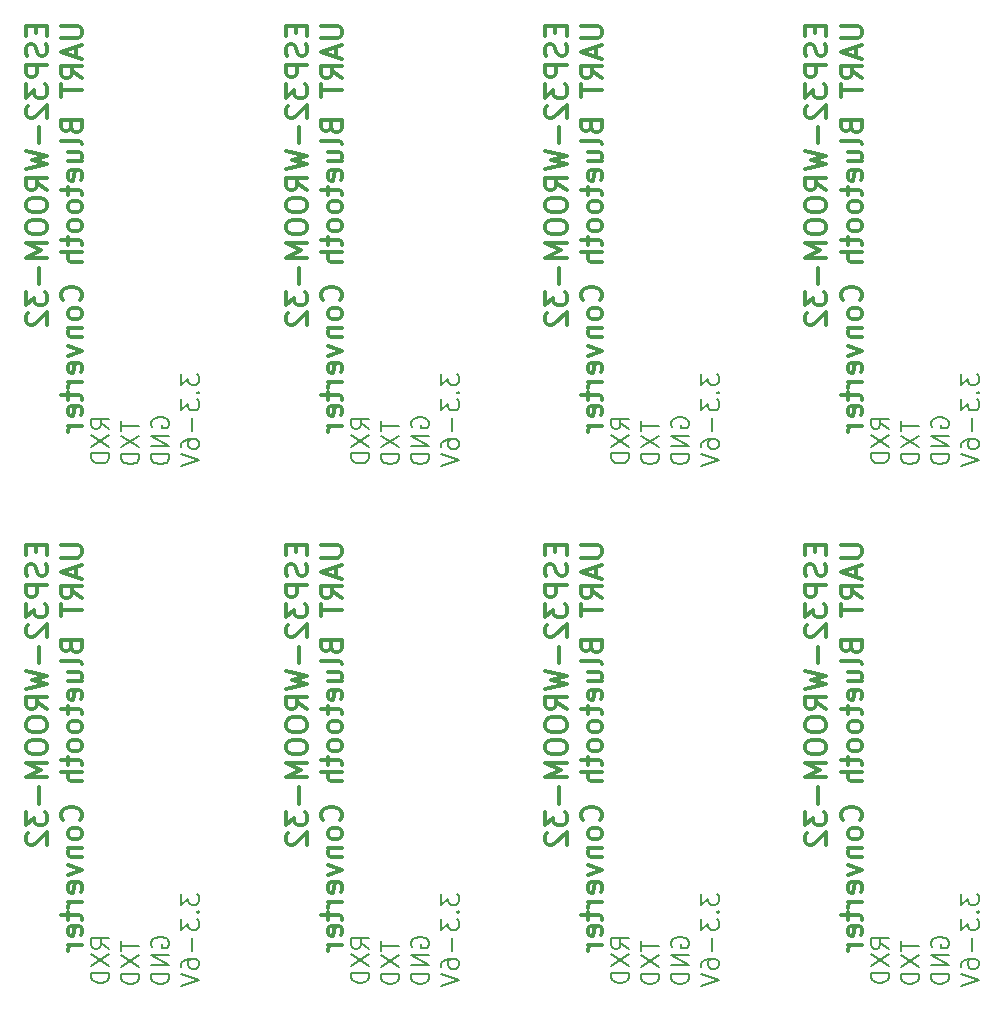
<source format=gbo>
%TF.GenerationSoftware,KiCad,Pcbnew,(5.1.7)-1*%
%TF.CreationDate,2020-10-20T02:58:57+09:00*%
%TF.ProjectId,UARTtoBluetooth_array,55415254-746f-4426-9c75-65746f6f7468,rev?*%
%TF.SameCoordinates,Original*%
%TF.FileFunction,Legend,Bot*%
%TF.FilePolarity,Positive*%
%FSLAX46Y46*%
G04 Gerber Fmt 4.6, Leading zero omitted, Abs format (unit mm)*
G04 Created by KiCad (PCBNEW (5.1.7)-1) date 2020-10-20 02:58:57*
%MOMM*%
%LPD*%
G01*
G04 APERTURE LIST*
%ADD10C,0.200000*%
%ADD11C,0.300000*%
G04 APERTURE END LIST*
D10*
X189388571Y-147794000D02*
X188674285Y-147294000D01*
X189388571Y-146936857D02*
X187888571Y-146936857D01*
X187888571Y-147508285D01*
X187960000Y-147651142D01*
X188031428Y-147722571D01*
X188174285Y-147794000D01*
X188388571Y-147794000D01*
X188531428Y-147722571D01*
X188602857Y-147651142D01*
X188674285Y-147508285D01*
X188674285Y-146936857D01*
X187888571Y-148294000D02*
X189388571Y-149294000D01*
X187888571Y-149294000D02*
X189388571Y-148294000D01*
X189388571Y-149865428D02*
X187888571Y-149865428D01*
X187888571Y-150222571D01*
X187960000Y-150436857D01*
X188102857Y-150579714D01*
X188245714Y-150651142D01*
X188531428Y-150722571D01*
X188745714Y-150722571D01*
X189031428Y-150651142D01*
X189174285Y-150579714D01*
X189317142Y-150436857D01*
X189388571Y-150222571D01*
X189388571Y-149865428D01*
X167388571Y-147794000D02*
X166674285Y-147294000D01*
X167388571Y-146936857D02*
X165888571Y-146936857D01*
X165888571Y-147508285D01*
X165960000Y-147651142D01*
X166031428Y-147722571D01*
X166174285Y-147794000D01*
X166388571Y-147794000D01*
X166531428Y-147722571D01*
X166602857Y-147651142D01*
X166674285Y-147508285D01*
X166674285Y-146936857D01*
X165888571Y-148294000D02*
X167388571Y-149294000D01*
X165888571Y-149294000D02*
X167388571Y-148294000D01*
X167388571Y-149865428D02*
X165888571Y-149865428D01*
X165888571Y-150222571D01*
X165960000Y-150436857D01*
X166102857Y-150579714D01*
X166245714Y-150651142D01*
X166531428Y-150722571D01*
X166745714Y-150722571D01*
X167031428Y-150651142D01*
X167174285Y-150579714D01*
X167317142Y-150436857D01*
X167388571Y-150222571D01*
X167388571Y-149865428D01*
X145388571Y-147794000D02*
X144674285Y-147294000D01*
X145388571Y-146936857D02*
X143888571Y-146936857D01*
X143888571Y-147508285D01*
X143960000Y-147651142D01*
X144031428Y-147722571D01*
X144174285Y-147794000D01*
X144388571Y-147794000D01*
X144531428Y-147722571D01*
X144602857Y-147651142D01*
X144674285Y-147508285D01*
X144674285Y-146936857D01*
X143888571Y-148294000D02*
X145388571Y-149294000D01*
X143888571Y-149294000D02*
X145388571Y-148294000D01*
X145388571Y-149865428D02*
X143888571Y-149865428D01*
X143888571Y-150222571D01*
X143960000Y-150436857D01*
X144102857Y-150579714D01*
X144245714Y-150651142D01*
X144531428Y-150722571D01*
X144745714Y-150722571D01*
X145031428Y-150651142D01*
X145174285Y-150579714D01*
X145317142Y-150436857D01*
X145388571Y-150222571D01*
X145388571Y-149865428D01*
X123388571Y-147794000D02*
X122674285Y-147294000D01*
X123388571Y-146936857D02*
X121888571Y-146936857D01*
X121888571Y-147508285D01*
X121960000Y-147651142D01*
X122031428Y-147722571D01*
X122174285Y-147794000D01*
X122388571Y-147794000D01*
X122531428Y-147722571D01*
X122602857Y-147651142D01*
X122674285Y-147508285D01*
X122674285Y-146936857D01*
X121888571Y-148294000D02*
X123388571Y-149294000D01*
X121888571Y-149294000D02*
X123388571Y-148294000D01*
X123388571Y-149865428D02*
X121888571Y-149865428D01*
X121888571Y-150222571D01*
X121960000Y-150436857D01*
X122102857Y-150579714D01*
X122245714Y-150651142D01*
X122531428Y-150722571D01*
X122745714Y-150722571D01*
X123031428Y-150651142D01*
X123174285Y-150579714D01*
X123317142Y-150436857D01*
X123388571Y-150222571D01*
X123388571Y-149865428D01*
X189388571Y-103794000D02*
X188674285Y-103294000D01*
X189388571Y-102936857D02*
X187888571Y-102936857D01*
X187888571Y-103508285D01*
X187960000Y-103651142D01*
X188031428Y-103722571D01*
X188174285Y-103794000D01*
X188388571Y-103794000D01*
X188531428Y-103722571D01*
X188602857Y-103651142D01*
X188674285Y-103508285D01*
X188674285Y-102936857D01*
X187888571Y-104294000D02*
X189388571Y-105294000D01*
X187888571Y-105294000D02*
X189388571Y-104294000D01*
X189388571Y-105865428D02*
X187888571Y-105865428D01*
X187888571Y-106222571D01*
X187960000Y-106436857D01*
X188102857Y-106579714D01*
X188245714Y-106651142D01*
X188531428Y-106722571D01*
X188745714Y-106722571D01*
X189031428Y-106651142D01*
X189174285Y-106579714D01*
X189317142Y-106436857D01*
X189388571Y-106222571D01*
X189388571Y-105865428D01*
X167388571Y-103794000D02*
X166674285Y-103294000D01*
X167388571Y-102936857D02*
X165888571Y-102936857D01*
X165888571Y-103508285D01*
X165960000Y-103651142D01*
X166031428Y-103722571D01*
X166174285Y-103794000D01*
X166388571Y-103794000D01*
X166531428Y-103722571D01*
X166602857Y-103651142D01*
X166674285Y-103508285D01*
X166674285Y-102936857D01*
X165888571Y-104294000D02*
X167388571Y-105294000D01*
X165888571Y-105294000D02*
X167388571Y-104294000D01*
X167388571Y-105865428D02*
X165888571Y-105865428D01*
X165888571Y-106222571D01*
X165960000Y-106436857D01*
X166102857Y-106579714D01*
X166245714Y-106651142D01*
X166531428Y-106722571D01*
X166745714Y-106722571D01*
X167031428Y-106651142D01*
X167174285Y-106579714D01*
X167317142Y-106436857D01*
X167388571Y-106222571D01*
X167388571Y-105865428D01*
X145388571Y-103794000D02*
X144674285Y-103294000D01*
X145388571Y-102936857D02*
X143888571Y-102936857D01*
X143888571Y-103508285D01*
X143960000Y-103651142D01*
X144031428Y-103722571D01*
X144174285Y-103794000D01*
X144388571Y-103794000D01*
X144531428Y-103722571D01*
X144602857Y-103651142D01*
X144674285Y-103508285D01*
X144674285Y-102936857D01*
X143888571Y-104294000D02*
X145388571Y-105294000D01*
X143888571Y-105294000D02*
X145388571Y-104294000D01*
X145388571Y-105865428D02*
X143888571Y-105865428D01*
X143888571Y-106222571D01*
X143960000Y-106436857D01*
X144102857Y-106579714D01*
X144245714Y-106651142D01*
X144531428Y-106722571D01*
X144745714Y-106722571D01*
X145031428Y-106651142D01*
X145174285Y-106579714D01*
X145317142Y-106436857D01*
X145388571Y-106222571D01*
X145388571Y-105865428D01*
X195508571Y-143158857D02*
X195508571Y-144087428D01*
X196080000Y-143587428D01*
X196080000Y-143801714D01*
X196151428Y-143944571D01*
X196222857Y-144016000D01*
X196365714Y-144087428D01*
X196722857Y-144087428D01*
X196865714Y-144016000D01*
X196937142Y-143944571D01*
X197008571Y-143801714D01*
X197008571Y-143373142D01*
X196937142Y-143230285D01*
X196865714Y-143158857D01*
X196865714Y-144730285D02*
X196937142Y-144801714D01*
X197008571Y-144730285D01*
X196937142Y-144658857D01*
X196865714Y-144730285D01*
X197008571Y-144730285D01*
X195508571Y-145301714D02*
X195508571Y-146230285D01*
X196080000Y-145730285D01*
X196080000Y-145944571D01*
X196151428Y-146087428D01*
X196222857Y-146158857D01*
X196365714Y-146230285D01*
X196722857Y-146230285D01*
X196865714Y-146158857D01*
X196937142Y-146087428D01*
X197008571Y-145944571D01*
X197008571Y-145516000D01*
X196937142Y-145373142D01*
X196865714Y-145301714D01*
X196437142Y-146873142D02*
X196437142Y-148016000D01*
X195508571Y-149373142D02*
X195508571Y-149087428D01*
X195580000Y-148944571D01*
X195651428Y-148873142D01*
X195865714Y-148730285D01*
X196151428Y-148658857D01*
X196722857Y-148658857D01*
X196865714Y-148730285D01*
X196937142Y-148801714D01*
X197008571Y-148944571D01*
X197008571Y-149230285D01*
X196937142Y-149373142D01*
X196865714Y-149444571D01*
X196722857Y-149516000D01*
X196365714Y-149516000D01*
X196222857Y-149444571D01*
X196151428Y-149373142D01*
X196080000Y-149230285D01*
X196080000Y-148944571D01*
X196151428Y-148801714D01*
X196222857Y-148730285D01*
X196365714Y-148658857D01*
X195508571Y-149944571D02*
X197008571Y-150444571D01*
X195508571Y-150944571D01*
X173508571Y-143158857D02*
X173508571Y-144087428D01*
X174080000Y-143587428D01*
X174080000Y-143801714D01*
X174151428Y-143944571D01*
X174222857Y-144016000D01*
X174365714Y-144087428D01*
X174722857Y-144087428D01*
X174865714Y-144016000D01*
X174937142Y-143944571D01*
X175008571Y-143801714D01*
X175008571Y-143373142D01*
X174937142Y-143230285D01*
X174865714Y-143158857D01*
X174865714Y-144730285D02*
X174937142Y-144801714D01*
X175008571Y-144730285D01*
X174937142Y-144658857D01*
X174865714Y-144730285D01*
X175008571Y-144730285D01*
X173508571Y-145301714D02*
X173508571Y-146230285D01*
X174080000Y-145730285D01*
X174080000Y-145944571D01*
X174151428Y-146087428D01*
X174222857Y-146158857D01*
X174365714Y-146230285D01*
X174722857Y-146230285D01*
X174865714Y-146158857D01*
X174937142Y-146087428D01*
X175008571Y-145944571D01*
X175008571Y-145516000D01*
X174937142Y-145373142D01*
X174865714Y-145301714D01*
X174437142Y-146873142D02*
X174437142Y-148016000D01*
X173508571Y-149373142D02*
X173508571Y-149087428D01*
X173580000Y-148944571D01*
X173651428Y-148873142D01*
X173865714Y-148730285D01*
X174151428Y-148658857D01*
X174722857Y-148658857D01*
X174865714Y-148730285D01*
X174937142Y-148801714D01*
X175008571Y-148944571D01*
X175008571Y-149230285D01*
X174937142Y-149373142D01*
X174865714Y-149444571D01*
X174722857Y-149516000D01*
X174365714Y-149516000D01*
X174222857Y-149444571D01*
X174151428Y-149373142D01*
X174080000Y-149230285D01*
X174080000Y-148944571D01*
X174151428Y-148801714D01*
X174222857Y-148730285D01*
X174365714Y-148658857D01*
X173508571Y-149944571D02*
X175008571Y-150444571D01*
X173508571Y-150944571D01*
X151508571Y-143158857D02*
X151508571Y-144087428D01*
X152080000Y-143587428D01*
X152080000Y-143801714D01*
X152151428Y-143944571D01*
X152222857Y-144016000D01*
X152365714Y-144087428D01*
X152722857Y-144087428D01*
X152865714Y-144016000D01*
X152937142Y-143944571D01*
X153008571Y-143801714D01*
X153008571Y-143373142D01*
X152937142Y-143230285D01*
X152865714Y-143158857D01*
X152865714Y-144730285D02*
X152937142Y-144801714D01*
X153008571Y-144730285D01*
X152937142Y-144658857D01*
X152865714Y-144730285D01*
X153008571Y-144730285D01*
X151508571Y-145301714D02*
X151508571Y-146230285D01*
X152080000Y-145730285D01*
X152080000Y-145944571D01*
X152151428Y-146087428D01*
X152222857Y-146158857D01*
X152365714Y-146230285D01*
X152722857Y-146230285D01*
X152865714Y-146158857D01*
X152937142Y-146087428D01*
X153008571Y-145944571D01*
X153008571Y-145516000D01*
X152937142Y-145373142D01*
X152865714Y-145301714D01*
X152437142Y-146873142D02*
X152437142Y-148016000D01*
X151508571Y-149373142D02*
X151508571Y-149087428D01*
X151580000Y-148944571D01*
X151651428Y-148873142D01*
X151865714Y-148730285D01*
X152151428Y-148658857D01*
X152722857Y-148658857D01*
X152865714Y-148730285D01*
X152937142Y-148801714D01*
X153008571Y-148944571D01*
X153008571Y-149230285D01*
X152937142Y-149373142D01*
X152865714Y-149444571D01*
X152722857Y-149516000D01*
X152365714Y-149516000D01*
X152222857Y-149444571D01*
X152151428Y-149373142D01*
X152080000Y-149230285D01*
X152080000Y-148944571D01*
X152151428Y-148801714D01*
X152222857Y-148730285D01*
X152365714Y-148658857D01*
X151508571Y-149944571D02*
X153008571Y-150444571D01*
X151508571Y-150944571D01*
X129508571Y-143158857D02*
X129508571Y-144087428D01*
X130080000Y-143587428D01*
X130080000Y-143801714D01*
X130151428Y-143944571D01*
X130222857Y-144016000D01*
X130365714Y-144087428D01*
X130722857Y-144087428D01*
X130865714Y-144016000D01*
X130937142Y-143944571D01*
X131008571Y-143801714D01*
X131008571Y-143373142D01*
X130937142Y-143230285D01*
X130865714Y-143158857D01*
X130865714Y-144730285D02*
X130937142Y-144801714D01*
X131008571Y-144730285D01*
X130937142Y-144658857D01*
X130865714Y-144730285D01*
X131008571Y-144730285D01*
X129508571Y-145301714D02*
X129508571Y-146230285D01*
X130080000Y-145730285D01*
X130080000Y-145944571D01*
X130151428Y-146087428D01*
X130222857Y-146158857D01*
X130365714Y-146230285D01*
X130722857Y-146230285D01*
X130865714Y-146158857D01*
X130937142Y-146087428D01*
X131008571Y-145944571D01*
X131008571Y-145516000D01*
X130937142Y-145373142D01*
X130865714Y-145301714D01*
X130437142Y-146873142D02*
X130437142Y-148016000D01*
X129508571Y-149373142D02*
X129508571Y-149087428D01*
X129580000Y-148944571D01*
X129651428Y-148873142D01*
X129865714Y-148730285D01*
X130151428Y-148658857D01*
X130722857Y-148658857D01*
X130865714Y-148730285D01*
X130937142Y-148801714D01*
X131008571Y-148944571D01*
X131008571Y-149230285D01*
X130937142Y-149373142D01*
X130865714Y-149444571D01*
X130722857Y-149516000D01*
X130365714Y-149516000D01*
X130222857Y-149444571D01*
X130151428Y-149373142D01*
X130080000Y-149230285D01*
X130080000Y-148944571D01*
X130151428Y-148801714D01*
X130222857Y-148730285D01*
X130365714Y-148658857D01*
X129508571Y-149944571D02*
X131008571Y-150444571D01*
X129508571Y-150944571D01*
X195508571Y-99158857D02*
X195508571Y-100087428D01*
X196080000Y-99587428D01*
X196080000Y-99801714D01*
X196151428Y-99944571D01*
X196222857Y-100016000D01*
X196365714Y-100087428D01*
X196722857Y-100087428D01*
X196865714Y-100016000D01*
X196937142Y-99944571D01*
X197008571Y-99801714D01*
X197008571Y-99373142D01*
X196937142Y-99230285D01*
X196865714Y-99158857D01*
X196865714Y-100730285D02*
X196937142Y-100801714D01*
X197008571Y-100730285D01*
X196937142Y-100658857D01*
X196865714Y-100730285D01*
X197008571Y-100730285D01*
X195508571Y-101301714D02*
X195508571Y-102230285D01*
X196080000Y-101730285D01*
X196080000Y-101944571D01*
X196151428Y-102087428D01*
X196222857Y-102158857D01*
X196365714Y-102230285D01*
X196722857Y-102230285D01*
X196865714Y-102158857D01*
X196937142Y-102087428D01*
X197008571Y-101944571D01*
X197008571Y-101516000D01*
X196937142Y-101373142D01*
X196865714Y-101301714D01*
X196437142Y-102873142D02*
X196437142Y-104016000D01*
X195508571Y-105373142D02*
X195508571Y-105087428D01*
X195580000Y-104944571D01*
X195651428Y-104873142D01*
X195865714Y-104730285D01*
X196151428Y-104658857D01*
X196722857Y-104658857D01*
X196865714Y-104730285D01*
X196937142Y-104801714D01*
X197008571Y-104944571D01*
X197008571Y-105230285D01*
X196937142Y-105373142D01*
X196865714Y-105444571D01*
X196722857Y-105516000D01*
X196365714Y-105516000D01*
X196222857Y-105444571D01*
X196151428Y-105373142D01*
X196080000Y-105230285D01*
X196080000Y-104944571D01*
X196151428Y-104801714D01*
X196222857Y-104730285D01*
X196365714Y-104658857D01*
X195508571Y-105944571D02*
X197008571Y-106444571D01*
X195508571Y-106944571D01*
X173508571Y-99158857D02*
X173508571Y-100087428D01*
X174080000Y-99587428D01*
X174080000Y-99801714D01*
X174151428Y-99944571D01*
X174222857Y-100016000D01*
X174365714Y-100087428D01*
X174722857Y-100087428D01*
X174865714Y-100016000D01*
X174937142Y-99944571D01*
X175008571Y-99801714D01*
X175008571Y-99373142D01*
X174937142Y-99230285D01*
X174865714Y-99158857D01*
X174865714Y-100730285D02*
X174937142Y-100801714D01*
X175008571Y-100730285D01*
X174937142Y-100658857D01*
X174865714Y-100730285D01*
X175008571Y-100730285D01*
X173508571Y-101301714D02*
X173508571Y-102230285D01*
X174080000Y-101730285D01*
X174080000Y-101944571D01*
X174151428Y-102087428D01*
X174222857Y-102158857D01*
X174365714Y-102230285D01*
X174722857Y-102230285D01*
X174865714Y-102158857D01*
X174937142Y-102087428D01*
X175008571Y-101944571D01*
X175008571Y-101516000D01*
X174937142Y-101373142D01*
X174865714Y-101301714D01*
X174437142Y-102873142D02*
X174437142Y-104016000D01*
X173508571Y-105373142D02*
X173508571Y-105087428D01*
X173580000Y-104944571D01*
X173651428Y-104873142D01*
X173865714Y-104730285D01*
X174151428Y-104658857D01*
X174722857Y-104658857D01*
X174865714Y-104730285D01*
X174937142Y-104801714D01*
X175008571Y-104944571D01*
X175008571Y-105230285D01*
X174937142Y-105373142D01*
X174865714Y-105444571D01*
X174722857Y-105516000D01*
X174365714Y-105516000D01*
X174222857Y-105444571D01*
X174151428Y-105373142D01*
X174080000Y-105230285D01*
X174080000Y-104944571D01*
X174151428Y-104801714D01*
X174222857Y-104730285D01*
X174365714Y-104658857D01*
X173508571Y-105944571D02*
X175008571Y-106444571D01*
X173508571Y-106944571D01*
X151508571Y-99158857D02*
X151508571Y-100087428D01*
X152080000Y-99587428D01*
X152080000Y-99801714D01*
X152151428Y-99944571D01*
X152222857Y-100016000D01*
X152365714Y-100087428D01*
X152722857Y-100087428D01*
X152865714Y-100016000D01*
X152937142Y-99944571D01*
X153008571Y-99801714D01*
X153008571Y-99373142D01*
X152937142Y-99230285D01*
X152865714Y-99158857D01*
X152865714Y-100730285D02*
X152937142Y-100801714D01*
X153008571Y-100730285D01*
X152937142Y-100658857D01*
X152865714Y-100730285D01*
X153008571Y-100730285D01*
X151508571Y-101301714D02*
X151508571Y-102230285D01*
X152080000Y-101730285D01*
X152080000Y-101944571D01*
X152151428Y-102087428D01*
X152222857Y-102158857D01*
X152365714Y-102230285D01*
X152722857Y-102230285D01*
X152865714Y-102158857D01*
X152937142Y-102087428D01*
X153008571Y-101944571D01*
X153008571Y-101516000D01*
X152937142Y-101373142D01*
X152865714Y-101301714D01*
X152437142Y-102873142D02*
X152437142Y-104016000D01*
X151508571Y-105373142D02*
X151508571Y-105087428D01*
X151580000Y-104944571D01*
X151651428Y-104873142D01*
X151865714Y-104730285D01*
X152151428Y-104658857D01*
X152722857Y-104658857D01*
X152865714Y-104730285D01*
X152937142Y-104801714D01*
X153008571Y-104944571D01*
X153008571Y-105230285D01*
X152937142Y-105373142D01*
X152865714Y-105444571D01*
X152722857Y-105516000D01*
X152365714Y-105516000D01*
X152222857Y-105444571D01*
X152151428Y-105373142D01*
X152080000Y-105230285D01*
X152080000Y-104944571D01*
X152151428Y-104801714D01*
X152222857Y-104730285D01*
X152365714Y-104658857D01*
X151508571Y-105944571D02*
X153008571Y-106444571D01*
X151508571Y-106944571D01*
X193040000Y-147651142D02*
X192968571Y-147508285D01*
X192968571Y-147294000D01*
X193040000Y-147079714D01*
X193182857Y-146936857D01*
X193325714Y-146865428D01*
X193611428Y-146794000D01*
X193825714Y-146794000D01*
X194111428Y-146865428D01*
X194254285Y-146936857D01*
X194397142Y-147079714D01*
X194468571Y-147294000D01*
X194468571Y-147436857D01*
X194397142Y-147651142D01*
X194325714Y-147722571D01*
X193825714Y-147722571D01*
X193825714Y-147436857D01*
X194468571Y-148365428D02*
X192968571Y-148365428D01*
X194468571Y-149222571D01*
X192968571Y-149222571D01*
X194468571Y-149936857D02*
X192968571Y-149936857D01*
X192968571Y-150294000D01*
X193040000Y-150508285D01*
X193182857Y-150651142D01*
X193325714Y-150722571D01*
X193611428Y-150794000D01*
X193825714Y-150794000D01*
X194111428Y-150722571D01*
X194254285Y-150651142D01*
X194397142Y-150508285D01*
X194468571Y-150294000D01*
X194468571Y-149936857D01*
X171040000Y-147651142D02*
X170968571Y-147508285D01*
X170968571Y-147294000D01*
X171040000Y-147079714D01*
X171182857Y-146936857D01*
X171325714Y-146865428D01*
X171611428Y-146794000D01*
X171825714Y-146794000D01*
X172111428Y-146865428D01*
X172254285Y-146936857D01*
X172397142Y-147079714D01*
X172468571Y-147294000D01*
X172468571Y-147436857D01*
X172397142Y-147651142D01*
X172325714Y-147722571D01*
X171825714Y-147722571D01*
X171825714Y-147436857D01*
X172468571Y-148365428D02*
X170968571Y-148365428D01*
X172468571Y-149222571D01*
X170968571Y-149222571D01*
X172468571Y-149936857D02*
X170968571Y-149936857D01*
X170968571Y-150294000D01*
X171040000Y-150508285D01*
X171182857Y-150651142D01*
X171325714Y-150722571D01*
X171611428Y-150794000D01*
X171825714Y-150794000D01*
X172111428Y-150722571D01*
X172254285Y-150651142D01*
X172397142Y-150508285D01*
X172468571Y-150294000D01*
X172468571Y-149936857D01*
X149040000Y-147651142D02*
X148968571Y-147508285D01*
X148968571Y-147294000D01*
X149040000Y-147079714D01*
X149182857Y-146936857D01*
X149325714Y-146865428D01*
X149611428Y-146794000D01*
X149825714Y-146794000D01*
X150111428Y-146865428D01*
X150254285Y-146936857D01*
X150397142Y-147079714D01*
X150468571Y-147294000D01*
X150468571Y-147436857D01*
X150397142Y-147651142D01*
X150325714Y-147722571D01*
X149825714Y-147722571D01*
X149825714Y-147436857D01*
X150468571Y-148365428D02*
X148968571Y-148365428D01*
X150468571Y-149222571D01*
X148968571Y-149222571D01*
X150468571Y-149936857D02*
X148968571Y-149936857D01*
X148968571Y-150294000D01*
X149040000Y-150508285D01*
X149182857Y-150651142D01*
X149325714Y-150722571D01*
X149611428Y-150794000D01*
X149825714Y-150794000D01*
X150111428Y-150722571D01*
X150254285Y-150651142D01*
X150397142Y-150508285D01*
X150468571Y-150294000D01*
X150468571Y-149936857D01*
X127040000Y-147651142D02*
X126968571Y-147508285D01*
X126968571Y-147294000D01*
X127040000Y-147079714D01*
X127182857Y-146936857D01*
X127325714Y-146865428D01*
X127611428Y-146794000D01*
X127825714Y-146794000D01*
X128111428Y-146865428D01*
X128254285Y-146936857D01*
X128397142Y-147079714D01*
X128468571Y-147294000D01*
X128468571Y-147436857D01*
X128397142Y-147651142D01*
X128325714Y-147722571D01*
X127825714Y-147722571D01*
X127825714Y-147436857D01*
X128468571Y-148365428D02*
X126968571Y-148365428D01*
X128468571Y-149222571D01*
X126968571Y-149222571D01*
X128468571Y-149936857D02*
X126968571Y-149936857D01*
X126968571Y-150294000D01*
X127040000Y-150508285D01*
X127182857Y-150651142D01*
X127325714Y-150722571D01*
X127611428Y-150794000D01*
X127825714Y-150794000D01*
X128111428Y-150722571D01*
X128254285Y-150651142D01*
X128397142Y-150508285D01*
X128468571Y-150294000D01*
X128468571Y-149936857D01*
X193040000Y-103651142D02*
X192968571Y-103508285D01*
X192968571Y-103294000D01*
X193040000Y-103079714D01*
X193182857Y-102936857D01*
X193325714Y-102865428D01*
X193611428Y-102794000D01*
X193825714Y-102794000D01*
X194111428Y-102865428D01*
X194254285Y-102936857D01*
X194397142Y-103079714D01*
X194468571Y-103294000D01*
X194468571Y-103436857D01*
X194397142Y-103651142D01*
X194325714Y-103722571D01*
X193825714Y-103722571D01*
X193825714Y-103436857D01*
X194468571Y-104365428D02*
X192968571Y-104365428D01*
X194468571Y-105222571D01*
X192968571Y-105222571D01*
X194468571Y-105936857D02*
X192968571Y-105936857D01*
X192968571Y-106294000D01*
X193040000Y-106508285D01*
X193182857Y-106651142D01*
X193325714Y-106722571D01*
X193611428Y-106794000D01*
X193825714Y-106794000D01*
X194111428Y-106722571D01*
X194254285Y-106651142D01*
X194397142Y-106508285D01*
X194468571Y-106294000D01*
X194468571Y-105936857D01*
X171040000Y-103651142D02*
X170968571Y-103508285D01*
X170968571Y-103294000D01*
X171040000Y-103079714D01*
X171182857Y-102936857D01*
X171325714Y-102865428D01*
X171611428Y-102794000D01*
X171825714Y-102794000D01*
X172111428Y-102865428D01*
X172254285Y-102936857D01*
X172397142Y-103079714D01*
X172468571Y-103294000D01*
X172468571Y-103436857D01*
X172397142Y-103651142D01*
X172325714Y-103722571D01*
X171825714Y-103722571D01*
X171825714Y-103436857D01*
X172468571Y-104365428D02*
X170968571Y-104365428D01*
X172468571Y-105222571D01*
X170968571Y-105222571D01*
X172468571Y-105936857D02*
X170968571Y-105936857D01*
X170968571Y-106294000D01*
X171040000Y-106508285D01*
X171182857Y-106651142D01*
X171325714Y-106722571D01*
X171611428Y-106794000D01*
X171825714Y-106794000D01*
X172111428Y-106722571D01*
X172254285Y-106651142D01*
X172397142Y-106508285D01*
X172468571Y-106294000D01*
X172468571Y-105936857D01*
X149040000Y-103651142D02*
X148968571Y-103508285D01*
X148968571Y-103294000D01*
X149040000Y-103079714D01*
X149182857Y-102936857D01*
X149325714Y-102865428D01*
X149611428Y-102794000D01*
X149825714Y-102794000D01*
X150111428Y-102865428D01*
X150254285Y-102936857D01*
X150397142Y-103079714D01*
X150468571Y-103294000D01*
X150468571Y-103436857D01*
X150397142Y-103651142D01*
X150325714Y-103722571D01*
X149825714Y-103722571D01*
X149825714Y-103436857D01*
X150468571Y-104365428D02*
X148968571Y-104365428D01*
X150468571Y-105222571D01*
X148968571Y-105222571D01*
X150468571Y-105936857D02*
X148968571Y-105936857D01*
X148968571Y-106294000D01*
X149040000Y-106508285D01*
X149182857Y-106651142D01*
X149325714Y-106722571D01*
X149611428Y-106794000D01*
X149825714Y-106794000D01*
X150111428Y-106722571D01*
X150254285Y-106651142D01*
X150397142Y-106508285D01*
X150468571Y-106294000D01*
X150468571Y-105936857D01*
X190428571Y-147155142D02*
X190428571Y-148012285D01*
X191928571Y-147583714D02*
X190428571Y-147583714D01*
X190428571Y-148369428D02*
X191928571Y-149369428D01*
X190428571Y-149369428D02*
X191928571Y-148369428D01*
X191928571Y-149940857D02*
X190428571Y-149940857D01*
X190428571Y-150298000D01*
X190500000Y-150512285D01*
X190642857Y-150655142D01*
X190785714Y-150726571D01*
X191071428Y-150798000D01*
X191285714Y-150798000D01*
X191571428Y-150726571D01*
X191714285Y-150655142D01*
X191857142Y-150512285D01*
X191928571Y-150298000D01*
X191928571Y-149940857D01*
X168428571Y-147155142D02*
X168428571Y-148012285D01*
X169928571Y-147583714D02*
X168428571Y-147583714D01*
X168428571Y-148369428D02*
X169928571Y-149369428D01*
X168428571Y-149369428D02*
X169928571Y-148369428D01*
X169928571Y-149940857D02*
X168428571Y-149940857D01*
X168428571Y-150298000D01*
X168500000Y-150512285D01*
X168642857Y-150655142D01*
X168785714Y-150726571D01*
X169071428Y-150798000D01*
X169285714Y-150798000D01*
X169571428Y-150726571D01*
X169714285Y-150655142D01*
X169857142Y-150512285D01*
X169928571Y-150298000D01*
X169928571Y-149940857D01*
X146428571Y-147155142D02*
X146428571Y-148012285D01*
X147928571Y-147583714D02*
X146428571Y-147583714D01*
X146428571Y-148369428D02*
X147928571Y-149369428D01*
X146428571Y-149369428D02*
X147928571Y-148369428D01*
X147928571Y-149940857D02*
X146428571Y-149940857D01*
X146428571Y-150298000D01*
X146500000Y-150512285D01*
X146642857Y-150655142D01*
X146785714Y-150726571D01*
X147071428Y-150798000D01*
X147285714Y-150798000D01*
X147571428Y-150726571D01*
X147714285Y-150655142D01*
X147857142Y-150512285D01*
X147928571Y-150298000D01*
X147928571Y-149940857D01*
X124428571Y-147155142D02*
X124428571Y-148012285D01*
X125928571Y-147583714D02*
X124428571Y-147583714D01*
X124428571Y-148369428D02*
X125928571Y-149369428D01*
X124428571Y-149369428D02*
X125928571Y-148369428D01*
X125928571Y-149940857D02*
X124428571Y-149940857D01*
X124428571Y-150298000D01*
X124500000Y-150512285D01*
X124642857Y-150655142D01*
X124785714Y-150726571D01*
X125071428Y-150798000D01*
X125285714Y-150798000D01*
X125571428Y-150726571D01*
X125714285Y-150655142D01*
X125857142Y-150512285D01*
X125928571Y-150298000D01*
X125928571Y-149940857D01*
X190428571Y-103155142D02*
X190428571Y-104012285D01*
X191928571Y-103583714D02*
X190428571Y-103583714D01*
X190428571Y-104369428D02*
X191928571Y-105369428D01*
X190428571Y-105369428D02*
X191928571Y-104369428D01*
X191928571Y-105940857D02*
X190428571Y-105940857D01*
X190428571Y-106298000D01*
X190500000Y-106512285D01*
X190642857Y-106655142D01*
X190785714Y-106726571D01*
X191071428Y-106798000D01*
X191285714Y-106798000D01*
X191571428Y-106726571D01*
X191714285Y-106655142D01*
X191857142Y-106512285D01*
X191928571Y-106298000D01*
X191928571Y-105940857D01*
X168428571Y-103155142D02*
X168428571Y-104012285D01*
X169928571Y-103583714D02*
X168428571Y-103583714D01*
X168428571Y-104369428D02*
X169928571Y-105369428D01*
X168428571Y-105369428D02*
X169928571Y-104369428D01*
X169928571Y-105940857D02*
X168428571Y-105940857D01*
X168428571Y-106298000D01*
X168500000Y-106512285D01*
X168642857Y-106655142D01*
X168785714Y-106726571D01*
X169071428Y-106798000D01*
X169285714Y-106798000D01*
X169571428Y-106726571D01*
X169714285Y-106655142D01*
X169857142Y-106512285D01*
X169928571Y-106298000D01*
X169928571Y-105940857D01*
X146428571Y-103155142D02*
X146428571Y-104012285D01*
X147928571Y-103583714D02*
X146428571Y-103583714D01*
X146428571Y-104369428D02*
X147928571Y-105369428D01*
X146428571Y-105369428D02*
X147928571Y-104369428D01*
X147928571Y-105940857D02*
X146428571Y-105940857D01*
X146428571Y-106298000D01*
X146500000Y-106512285D01*
X146642857Y-106655142D01*
X146785714Y-106726571D01*
X147071428Y-106798000D01*
X147285714Y-106798000D01*
X147571428Y-106726571D01*
X147714285Y-106655142D01*
X147857142Y-106512285D01*
X147928571Y-106298000D01*
X147928571Y-105940857D01*
D11*
X183175428Y-113659571D02*
X183175428Y-114259571D01*
X184118285Y-114516714D02*
X184118285Y-113659571D01*
X182318285Y-113659571D01*
X182318285Y-114516714D01*
X184032571Y-115202428D02*
X184118285Y-115459571D01*
X184118285Y-115888142D01*
X184032571Y-116059571D01*
X183946857Y-116145285D01*
X183775428Y-116231000D01*
X183604000Y-116231000D01*
X183432571Y-116145285D01*
X183346857Y-116059571D01*
X183261142Y-115888142D01*
X183175428Y-115545285D01*
X183089714Y-115373857D01*
X183004000Y-115288142D01*
X182832571Y-115202428D01*
X182661142Y-115202428D01*
X182489714Y-115288142D01*
X182404000Y-115373857D01*
X182318285Y-115545285D01*
X182318285Y-115973857D01*
X182404000Y-116231000D01*
X184118285Y-117002428D02*
X182318285Y-117002428D01*
X182318285Y-117688142D01*
X182404000Y-117859571D01*
X182489714Y-117945285D01*
X182661142Y-118031000D01*
X182918285Y-118031000D01*
X183089714Y-117945285D01*
X183175428Y-117859571D01*
X183261142Y-117688142D01*
X183261142Y-117002428D01*
X182318285Y-118631000D02*
X182318285Y-119745285D01*
X183004000Y-119145285D01*
X183004000Y-119402428D01*
X183089714Y-119573857D01*
X183175428Y-119659571D01*
X183346857Y-119745285D01*
X183775428Y-119745285D01*
X183946857Y-119659571D01*
X184032571Y-119573857D01*
X184118285Y-119402428D01*
X184118285Y-118888142D01*
X184032571Y-118716714D01*
X183946857Y-118631000D01*
X182489714Y-120431000D02*
X182404000Y-120516714D01*
X182318285Y-120688142D01*
X182318285Y-121116714D01*
X182404000Y-121288142D01*
X182489714Y-121373857D01*
X182661142Y-121459571D01*
X182832571Y-121459571D01*
X183089714Y-121373857D01*
X184118285Y-120345285D01*
X184118285Y-121459571D01*
X183432571Y-122231000D02*
X183432571Y-123602428D01*
X182318285Y-124288142D02*
X184118285Y-124716714D01*
X182832571Y-125059571D01*
X184118285Y-125402428D01*
X182318285Y-125831000D01*
X184118285Y-127545285D02*
X183261142Y-126945285D01*
X184118285Y-126516714D02*
X182318285Y-126516714D01*
X182318285Y-127202428D01*
X182404000Y-127373857D01*
X182489714Y-127459571D01*
X182661142Y-127545285D01*
X182918285Y-127545285D01*
X183089714Y-127459571D01*
X183175428Y-127373857D01*
X183261142Y-127202428D01*
X183261142Y-126516714D01*
X182318285Y-128659571D02*
X182318285Y-129002428D01*
X182404000Y-129173857D01*
X182575428Y-129345285D01*
X182918285Y-129431000D01*
X183518285Y-129431000D01*
X183861142Y-129345285D01*
X184032571Y-129173857D01*
X184118285Y-129002428D01*
X184118285Y-128659571D01*
X184032571Y-128488142D01*
X183861142Y-128316714D01*
X183518285Y-128231000D01*
X182918285Y-128231000D01*
X182575428Y-128316714D01*
X182404000Y-128488142D01*
X182318285Y-128659571D01*
X182318285Y-130545285D02*
X182318285Y-130888142D01*
X182404000Y-131059571D01*
X182575428Y-131231000D01*
X182918285Y-131316714D01*
X183518285Y-131316714D01*
X183861142Y-131231000D01*
X184032571Y-131059571D01*
X184118285Y-130888142D01*
X184118285Y-130545285D01*
X184032571Y-130373857D01*
X183861142Y-130202428D01*
X183518285Y-130116714D01*
X182918285Y-130116714D01*
X182575428Y-130202428D01*
X182404000Y-130373857D01*
X182318285Y-130545285D01*
X184118285Y-132088142D02*
X182318285Y-132088142D01*
X183604000Y-132688142D01*
X182318285Y-133288142D01*
X184118285Y-133288142D01*
X183432571Y-134145285D02*
X183432571Y-135516714D01*
X182318285Y-136202428D02*
X182318285Y-137316714D01*
X183004000Y-136716714D01*
X183004000Y-136973857D01*
X183089714Y-137145285D01*
X183175428Y-137231000D01*
X183346857Y-137316714D01*
X183775428Y-137316714D01*
X183946857Y-137231000D01*
X184032571Y-137145285D01*
X184118285Y-136973857D01*
X184118285Y-136459571D01*
X184032571Y-136288142D01*
X183946857Y-136202428D01*
X182489714Y-138002428D02*
X182404000Y-138088142D01*
X182318285Y-138259571D01*
X182318285Y-138688142D01*
X182404000Y-138859571D01*
X182489714Y-138945285D01*
X182661142Y-139031000D01*
X182832571Y-139031000D01*
X183089714Y-138945285D01*
X184118285Y-137916714D01*
X184118285Y-139031000D01*
X185318285Y-113659571D02*
X186775428Y-113659571D01*
X186946857Y-113745285D01*
X187032571Y-113831000D01*
X187118285Y-114002428D01*
X187118285Y-114345285D01*
X187032571Y-114516714D01*
X186946857Y-114602428D01*
X186775428Y-114688142D01*
X185318285Y-114688142D01*
X186604000Y-115459571D02*
X186604000Y-116316714D01*
X187118285Y-115288142D02*
X185318285Y-115888142D01*
X187118285Y-116488142D01*
X187118285Y-118116714D02*
X186261142Y-117516714D01*
X187118285Y-117088142D02*
X185318285Y-117088142D01*
X185318285Y-117773857D01*
X185404000Y-117945285D01*
X185489714Y-118031000D01*
X185661142Y-118116714D01*
X185918285Y-118116714D01*
X186089714Y-118031000D01*
X186175428Y-117945285D01*
X186261142Y-117773857D01*
X186261142Y-117088142D01*
X185318285Y-118631000D02*
X185318285Y-119659571D01*
X187118285Y-119145285D02*
X185318285Y-119145285D01*
X186175428Y-122231000D02*
X186261142Y-122488142D01*
X186346857Y-122573857D01*
X186518285Y-122659571D01*
X186775428Y-122659571D01*
X186946857Y-122573857D01*
X187032571Y-122488142D01*
X187118285Y-122316714D01*
X187118285Y-121631000D01*
X185318285Y-121631000D01*
X185318285Y-122231000D01*
X185404000Y-122402428D01*
X185489714Y-122488142D01*
X185661142Y-122573857D01*
X185832571Y-122573857D01*
X186004000Y-122488142D01*
X186089714Y-122402428D01*
X186175428Y-122231000D01*
X186175428Y-121631000D01*
X187118285Y-123688142D02*
X187032571Y-123516714D01*
X186861142Y-123431000D01*
X185318285Y-123431000D01*
X185918285Y-125145285D02*
X187118285Y-125145285D01*
X185918285Y-124373857D02*
X186861142Y-124373857D01*
X187032571Y-124459571D01*
X187118285Y-124631000D01*
X187118285Y-124888142D01*
X187032571Y-125059571D01*
X186946857Y-125145285D01*
X187032571Y-126688142D02*
X187118285Y-126516714D01*
X187118285Y-126173857D01*
X187032571Y-126002428D01*
X186861142Y-125916714D01*
X186175428Y-125916714D01*
X186004000Y-126002428D01*
X185918285Y-126173857D01*
X185918285Y-126516714D01*
X186004000Y-126688142D01*
X186175428Y-126773857D01*
X186346857Y-126773857D01*
X186518285Y-125916714D01*
X185918285Y-127288142D02*
X185918285Y-127973857D01*
X185318285Y-127545285D02*
X186861142Y-127545285D01*
X187032571Y-127631000D01*
X187118285Y-127802428D01*
X187118285Y-127973857D01*
X187118285Y-128831000D02*
X187032571Y-128659571D01*
X186946857Y-128573857D01*
X186775428Y-128488142D01*
X186261142Y-128488142D01*
X186089714Y-128573857D01*
X186004000Y-128659571D01*
X185918285Y-128831000D01*
X185918285Y-129088142D01*
X186004000Y-129259571D01*
X186089714Y-129345285D01*
X186261142Y-129431000D01*
X186775428Y-129431000D01*
X186946857Y-129345285D01*
X187032571Y-129259571D01*
X187118285Y-129088142D01*
X187118285Y-128831000D01*
X187118285Y-130459571D02*
X187032571Y-130288142D01*
X186946857Y-130202428D01*
X186775428Y-130116714D01*
X186261142Y-130116714D01*
X186089714Y-130202428D01*
X186004000Y-130288142D01*
X185918285Y-130459571D01*
X185918285Y-130716714D01*
X186004000Y-130888142D01*
X186089714Y-130973857D01*
X186261142Y-131059571D01*
X186775428Y-131059571D01*
X186946857Y-130973857D01*
X187032571Y-130888142D01*
X187118285Y-130716714D01*
X187118285Y-130459571D01*
X185918285Y-131573857D02*
X185918285Y-132259571D01*
X185318285Y-131831000D02*
X186861142Y-131831000D01*
X187032571Y-131916714D01*
X187118285Y-132088142D01*
X187118285Y-132259571D01*
X187118285Y-132859571D02*
X185318285Y-132859571D01*
X187118285Y-133631000D02*
X186175428Y-133631000D01*
X186004000Y-133545285D01*
X185918285Y-133373857D01*
X185918285Y-133116714D01*
X186004000Y-132945285D01*
X186089714Y-132859571D01*
X186946857Y-136888142D02*
X187032571Y-136802428D01*
X187118285Y-136545285D01*
X187118285Y-136373857D01*
X187032571Y-136116714D01*
X186861142Y-135945285D01*
X186689714Y-135859571D01*
X186346857Y-135773857D01*
X186089714Y-135773857D01*
X185746857Y-135859571D01*
X185575428Y-135945285D01*
X185404000Y-136116714D01*
X185318285Y-136373857D01*
X185318285Y-136545285D01*
X185404000Y-136802428D01*
X185489714Y-136888142D01*
X187118285Y-137916714D02*
X187032571Y-137745285D01*
X186946857Y-137659571D01*
X186775428Y-137573857D01*
X186261142Y-137573857D01*
X186089714Y-137659571D01*
X186004000Y-137745285D01*
X185918285Y-137916714D01*
X185918285Y-138173857D01*
X186004000Y-138345285D01*
X186089714Y-138431000D01*
X186261142Y-138516714D01*
X186775428Y-138516714D01*
X186946857Y-138431000D01*
X187032571Y-138345285D01*
X187118285Y-138173857D01*
X187118285Y-137916714D01*
X185918285Y-139288142D02*
X187118285Y-139288142D01*
X186089714Y-139288142D02*
X186004000Y-139373857D01*
X185918285Y-139545285D01*
X185918285Y-139802428D01*
X186004000Y-139973857D01*
X186175428Y-140059571D01*
X187118285Y-140059571D01*
X185918285Y-140745285D02*
X187118285Y-141173857D01*
X185918285Y-141602428D01*
X187032571Y-142973857D02*
X187118285Y-142802428D01*
X187118285Y-142459571D01*
X187032571Y-142288142D01*
X186861142Y-142202428D01*
X186175428Y-142202428D01*
X186004000Y-142288142D01*
X185918285Y-142459571D01*
X185918285Y-142802428D01*
X186004000Y-142973857D01*
X186175428Y-143059571D01*
X186346857Y-143059571D01*
X186518285Y-142202428D01*
X187118285Y-143831000D02*
X185918285Y-143831000D01*
X186261142Y-143831000D02*
X186089714Y-143916714D01*
X186004000Y-144002428D01*
X185918285Y-144173857D01*
X185918285Y-144345285D01*
X185918285Y-144688142D02*
X185918285Y-145373857D01*
X185318285Y-144945285D02*
X186861142Y-144945285D01*
X187032571Y-145031000D01*
X187118285Y-145202428D01*
X187118285Y-145373857D01*
X187032571Y-146659571D02*
X187118285Y-146488142D01*
X187118285Y-146145285D01*
X187032571Y-145973857D01*
X186861142Y-145888142D01*
X186175428Y-145888142D01*
X186004000Y-145973857D01*
X185918285Y-146145285D01*
X185918285Y-146488142D01*
X186004000Y-146659571D01*
X186175428Y-146745285D01*
X186346857Y-146745285D01*
X186518285Y-145888142D01*
X187118285Y-147516714D02*
X185918285Y-147516714D01*
X186261142Y-147516714D02*
X186089714Y-147602428D01*
X186004000Y-147688142D01*
X185918285Y-147859571D01*
X185918285Y-148031000D01*
X161175428Y-113659571D02*
X161175428Y-114259571D01*
X162118285Y-114516714D02*
X162118285Y-113659571D01*
X160318285Y-113659571D01*
X160318285Y-114516714D01*
X162032571Y-115202428D02*
X162118285Y-115459571D01*
X162118285Y-115888142D01*
X162032571Y-116059571D01*
X161946857Y-116145285D01*
X161775428Y-116231000D01*
X161604000Y-116231000D01*
X161432571Y-116145285D01*
X161346857Y-116059571D01*
X161261142Y-115888142D01*
X161175428Y-115545285D01*
X161089714Y-115373857D01*
X161004000Y-115288142D01*
X160832571Y-115202428D01*
X160661142Y-115202428D01*
X160489714Y-115288142D01*
X160404000Y-115373857D01*
X160318285Y-115545285D01*
X160318285Y-115973857D01*
X160404000Y-116231000D01*
X162118285Y-117002428D02*
X160318285Y-117002428D01*
X160318285Y-117688142D01*
X160404000Y-117859571D01*
X160489714Y-117945285D01*
X160661142Y-118031000D01*
X160918285Y-118031000D01*
X161089714Y-117945285D01*
X161175428Y-117859571D01*
X161261142Y-117688142D01*
X161261142Y-117002428D01*
X160318285Y-118631000D02*
X160318285Y-119745285D01*
X161004000Y-119145285D01*
X161004000Y-119402428D01*
X161089714Y-119573857D01*
X161175428Y-119659571D01*
X161346857Y-119745285D01*
X161775428Y-119745285D01*
X161946857Y-119659571D01*
X162032571Y-119573857D01*
X162118285Y-119402428D01*
X162118285Y-118888142D01*
X162032571Y-118716714D01*
X161946857Y-118631000D01*
X160489714Y-120431000D02*
X160404000Y-120516714D01*
X160318285Y-120688142D01*
X160318285Y-121116714D01*
X160404000Y-121288142D01*
X160489714Y-121373857D01*
X160661142Y-121459571D01*
X160832571Y-121459571D01*
X161089714Y-121373857D01*
X162118285Y-120345285D01*
X162118285Y-121459571D01*
X161432571Y-122231000D02*
X161432571Y-123602428D01*
X160318285Y-124288142D02*
X162118285Y-124716714D01*
X160832571Y-125059571D01*
X162118285Y-125402428D01*
X160318285Y-125831000D01*
X162118285Y-127545285D02*
X161261142Y-126945285D01*
X162118285Y-126516714D02*
X160318285Y-126516714D01*
X160318285Y-127202428D01*
X160404000Y-127373857D01*
X160489714Y-127459571D01*
X160661142Y-127545285D01*
X160918285Y-127545285D01*
X161089714Y-127459571D01*
X161175428Y-127373857D01*
X161261142Y-127202428D01*
X161261142Y-126516714D01*
X160318285Y-128659571D02*
X160318285Y-129002428D01*
X160404000Y-129173857D01*
X160575428Y-129345285D01*
X160918285Y-129431000D01*
X161518285Y-129431000D01*
X161861142Y-129345285D01*
X162032571Y-129173857D01*
X162118285Y-129002428D01*
X162118285Y-128659571D01*
X162032571Y-128488142D01*
X161861142Y-128316714D01*
X161518285Y-128231000D01*
X160918285Y-128231000D01*
X160575428Y-128316714D01*
X160404000Y-128488142D01*
X160318285Y-128659571D01*
X160318285Y-130545285D02*
X160318285Y-130888142D01*
X160404000Y-131059571D01*
X160575428Y-131231000D01*
X160918285Y-131316714D01*
X161518285Y-131316714D01*
X161861142Y-131231000D01*
X162032571Y-131059571D01*
X162118285Y-130888142D01*
X162118285Y-130545285D01*
X162032571Y-130373857D01*
X161861142Y-130202428D01*
X161518285Y-130116714D01*
X160918285Y-130116714D01*
X160575428Y-130202428D01*
X160404000Y-130373857D01*
X160318285Y-130545285D01*
X162118285Y-132088142D02*
X160318285Y-132088142D01*
X161604000Y-132688142D01*
X160318285Y-133288142D01*
X162118285Y-133288142D01*
X161432571Y-134145285D02*
X161432571Y-135516714D01*
X160318285Y-136202428D02*
X160318285Y-137316714D01*
X161004000Y-136716714D01*
X161004000Y-136973857D01*
X161089714Y-137145285D01*
X161175428Y-137231000D01*
X161346857Y-137316714D01*
X161775428Y-137316714D01*
X161946857Y-137231000D01*
X162032571Y-137145285D01*
X162118285Y-136973857D01*
X162118285Y-136459571D01*
X162032571Y-136288142D01*
X161946857Y-136202428D01*
X160489714Y-138002428D02*
X160404000Y-138088142D01*
X160318285Y-138259571D01*
X160318285Y-138688142D01*
X160404000Y-138859571D01*
X160489714Y-138945285D01*
X160661142Y-139031000D01*
X160832571Y-139031000D01*
X161089714Y-138945285D01*
X162118285Y-137916714D01*
X162118285Y-139031000D01*
X163318285Y-113659571D02*
X164775428Y-113659571D01*
X164946857Y-113745285D01*
X165032571Y-113831000D01*
X165118285Y-114002428D01*
X165118285Y-114345285D01*
X165032571Y-114516714D01*
X164946857Y-114602428D01*
X164775428Y-114688142D01*
X163318285Y-114688142D01*
X164604000Y-115459571D02*
X164604000Y-116316714D01*
X165118285Y-115288142D02*
X163318285Y-115888142D01*
X165118285Y-116488142D01*
X165118285Y-118116714D02*
X164261142Y-117516714D01*
X165118285Y-117088142D02*
X163318285Y-117088142D01*
X163318285Y-117773857D01*
X163404000Y-117945285D01*
X163489714Y-118031000D01*
X163661142Y-118116714D01*
X163918285Y-118116714D01*
X164089714Y-118031000D01*
X164175428Y-117945285D01*
X164261142Y-117773857D01*
X164261142Y-117088142D01*
X163318285Y-118631000D02*
X163318285Y-119659571D01*
X165118285Y-119145285D02*
X163318285Y-119145285D01*
X164175428Y-122231000D02*
X164261142Y-122488142D01*
X164346857Y-122573857D01*
X164518285Y-122659571D01*
X164775428Y-122659571D01*
X164946857Y-122573857D01*
X165032571Y-122488142D01*
X165118285Y-122316714D01*
X165118285Y-121631000D01*
X163318285Y-121631000D01*
X163318285Y-122231000D01*
X163404000Y-122402428D01*
X163489714Y-122488142D01*
X163661142Y-122573857D01*
X163832571Y-122573857D01*
X164004000Y-122488142D01*
X164089714Y-122402428D01*
X164175428Y-122231000D01*
X164175428Y-121631000D01*
X165118285Y-123688142D02*
X165032571Y-123516714D01*
X164861142Y-123431000D01*
X163318285Y-123431000D01*
X163918285Y-125145285D02*
X165118285Y-125145285D01*
X163918285Y-124373857D02*
X164861142Y-124373857D01*
X165032571Y-124459571D01*
X165118285Y-124631000D01*
X165118285Y-124888142D01*
X165032571Y-125059571D01*
X164946857Y-125145285D01*
X165032571Y-126688142D02*
X165118285Y-126516714D01*
X165118285Y-126173857D01*
X165032571Y-126002428D01*
X164861142Y-125916714D01*
X164175428Y-125916714D01*
X164004000Y-126002428D01*
X163918285Y-126173857D01*
X163918285Y-126516714D01*
X164004000Y-126688142D01*
X164175428Y-126773857D01*
X164346857Y-126773857D01*
X164518285Y-125916714D01*
X163918285Y-127288142D02*
X163918285Y-127973857D01*
X163318285Y-127545285D02*
X164861142Y-127545285D01*
X165032571Y-127631000D01*
X165118285Y-127802428D01*
X165118285Y-127973857D01*
X165118285Y-128831000D02*
X165032571Y-128659571D01*
X164946857Y-128573857D01*
X164775428Y-128488142D01*
X164261142Y-128488142D01*
X164089714Y-128573857D01*
X164004000Y-128659571D01*
X163918285Y-128831000D01*
X163918285Y-129088142D01*
X164004000Y-129259571D01*
X164089714Y-129345285D01*
X164261142Y-129431000D01*
X164775428Y-129431000D01*
X164946857Y-129345285D01*
X165032571Y-129259571D01*
X165118285Y-129088142D01*
X165118285Y-128831000D01*
X165118285Y-130459571D02*
X165032571Y-130288142D01*
X164946857Y-130202428D01*
X164775428Y-130116714D01*
X164261142Y-130116714D01*
X164089714Y-130202428D01*
X164004000Y-130288142D01*
X163918285Y-130459571D01*
X163918285Y-130716714D01*
X164004000Y-130888142D01*
X164089714Y-130973857D01*
X164261142Y-131059571D01*
X164775428Y-131059571D01*
X164946857Y-130973857D01*
X165032571Y-130888142D01*
X165118285Y-130716714D01*
X165118285Y-130459571D01*
X163918285Y-131573857D02*
X163918285Y-132259571D01*
X163318285Y-131831000D02*
X164861142Y-131831000D01*
X165032571Y-131916714D01*
X165118285Y-132088142D01*
X165118285Y-132259571D01*
X165118285Y-132859571D02*
X163318285Y-132859571D01*
X165118285Y-133631000D02*
X164175428Y-133631000D01*
X164004000Y-133545285D01*
X163918285Y-133373857D01*
X163918285Y-133116714D01*
X164004000Y-132945285D01*
X164089714Y-132859571D01*
X164946857Y-136888142D02*
X165032571Y-136802428D01*
X165118285Y-136545285D01*
X165118285Y-136373857D01*
X165032571Y-136116714D01*
X164861142Y-135945285D01*
X164689714Y-135859571D01*
X164346857Y-135773857D01*
X164089714Y-135773857D01*
X163746857Y-135859571D01*
X163575428Y-135945285D01*
X163404000Y-136116714D01*
X163318285Y-136373857D01*
X163318285Y-136545285D01*
X163404000Y-136802428D01*
X163489714Y-136888142D01*
X165118285Y-137916714D02*
X165032571Y-137745285D01*
X164946857Y-137659571D01*
X164775428Y-137573857D01*
X164261142Y-137573857D01*
X164089714Y-137659571D01*
X164004000Y-137745285D01*
X163918285Y-137916714D01*
X163918285Y-138173857D01*
X164004000Y-138345285D01*
X164089714Y-138431000D01*
X164261142Y-138516714D01*
X164775428Y-138516714D01*
X164946857Y-138431000D01*
X165032571Y-138345285D01*
X165118285Y-138173857D01*
X165118285Y-137916714D01*
X163918285Y-139288142D02*
X165118285Y-139288142D01*
X164089714Y-139288142D02*
X164004000Y-139373857D01*
X163918285Y-139545285D01*
X163918285Y-139802428D01*
X164004000Y-139973857D01*
X164175428Y-140059571D01*
X165118285Y-140059571D01*
X163918285Y-140745285D02*
X165118285Y-141173857D01*
X163918285Y-141602428D01*
X165032571Y-142973857D02*
X165118285Y-142802428D01*
X165118285Y-142459571D01*
X165032571Y-142288142D01*
X164861142Y-142202428D01*
X164175428Y-142202428D01*
X164004000Y-142288142D01*
X163918285Y-142459571D01*
X163918285Y-142802428D01*
X164004000Y-142973857D01*
X164175428Y-143059571D01*
X164346857Y-143059571D01*
X164518285Y-142202428D01*
X165118285Y-143831000D02*
X163918285Y-143831000D01*
X164261142Y-143831000D02*
X164089714Y-143916714D01*
X164004000Y-144002428D01*
X163918285Y-144173857D01*
X163918285Y-144345285D01*
X163918285Y-144688142D02*
X163918285Y-145373857D01*
X163318285Y-144945285D02*
X164861142Y-144945285D01*
X165032571Y-145031000D01*
X165118285Y-145202428D01*
X165118285Y-145373857D01*
X165032571Y-146659571D02*
X165118285Y-146488142D01*
X165118285Y-146145285D01*
X165032571Y-145973857D01*
X164861142Y-145888142D01*
X164175428Y-145888142D01*
X164004000Y-145973857D01*
X163918285Y-146145285D01*
X163918285Y-146488142D01*
X164004000Y-146659571D01*
X164175428Y-146745285D01*
X164346857Y-146745285D01*
X164518285Y-145888142D01*
X165118285Y-147516714D02*
X163918285Y-147516714D01*
X164261142Y-147516714D02*
X164089714Y-147602428D01*
X164004000Y-147688142D01*
X163918285Y-147859571D01*
X163918285Y-148031000D01*
X139175428Y-113659571D02*
X139175428Y-114259571D01*
X140118285Y-114516714D02*
X140118285Y-113659571D01*
X138318285Y-113659571D01*
X138318285Y-114516714D01*
X140032571Y-115202428D02*
X140118285Y-115459571D01*
X140118285Y-115888142D01*
X140032571Y-116059571D01*
X139946857Y-116145285D01*
X139775428Y-116231000D01*
X139604000Y-116231000D01*
X139432571Y-116145285D01*
X139346857Y-116059571D01*
X139261142Y-115888142D01*
X139175428Y-115545285D01*
X139089714Y-115373857D01*
X139004000Y-115288142D01*
X138832571Y-115202428D01*
X138661142Y-115202428D01*
X138489714Y-115288142D01*
X138404000Y-115373857D01*
X138318285Y-115545285D01*
X138318285Y-115973857D01*
X138404000Y-116231000D01*
X140118285Y-117002428D02*
X138318285Y-117002428D01*
X138318285Y-117688142D01*
X138404000Y-117859571D01*
X138489714Y-117945285D01*
X138661142Y-118031000D01*
X138918285Y-118031000D01*
X139089714Y-117945285D01*
X139175428Y-117859571D01*
X139261142Y-117688142D01*
X139261142Y-117002428D01*
X138318285Y-118631000D02*
X138318285Y-119745285D01*
X139004000Y-119145285D01*
X139004000Y-119402428D01*
X139089714Y-119573857D01*
X139175428Y-119659571D01*
X139346857Y-119745285D01*
X139775428Y-119745285D01*
X139946857Y-119659571D01*
X140032571Y-119573857D01*
X140118285Y-119402428D01*
X140118285Y-118888142D01*
X140032571Y-118716714D01*
X139946857Y-118631000D01*
X138489714Y-120431000D02*
X138404000Y-120516714D01*
X138318285Y-120688142D01*
X138318285Y-121116714D01*
X138404000Y-121288142D01*
X138489714Y-121373857D01*
X138661142Y-121459571D01*
X138832571Y-121459571D01*
X139089714Y-121373857D01*
X140118285Y-120345285D01*
X140118285Y-121459571D01*
X139432571Y-122231000D02*
X139432571Y-123602428D01*
X138318285Y-124288142D02*
X140118285Y-124716714D01*
X138832571Y-125059571D01*
X140118285Y-125402428D01*
X138318285Y-125831000D01*
X140118285Y-127545285D02*
X139261142Y-126945285D01*
X140118285Y-126516714D02*
X138318285Y-126516714D01*
X138318285Y-127202428D01*
X138404000Y-127373857D01*
X138489714Y-127459571D01*
X138661142Y-127545285D01*
X138918285Y-127545285D01*
X139089714Y-127459571D01*
X139175428Y-127373857D01*
X139261142Y-127202428D01*
X139261142Y-126516714D01*
X138318285Y-128659571D02*
X138318285Y-129002428D01*
X138404000Y-129173857D01*
X138575428Y-129345285D01*
X138918285Y-129430999D01*
X139518285Y-129430999D01*
X139861142Y-129345285D01*
X140032571Y-129173857D01*
X140118285Y-129002428D01*
X140118285Y-128659571D01*
X140032571Y-128488142D01*
X139861142Y-128316714D01*
X139518285Y-128231000D01*
X138918285Y-128231000D01*
X138575428Y-128316714D01*
X138404000Y-128488142D01*
X138318285Y-128659571D01*
X138318285Y-130545285D02*
X138318285Y-130888142D01*
X138404000Y-131059571D01*
X138575428Y-131230999D01*
X138918285Y-131316714D01*
X139518285Y-131316714D01*
X139861142Y-131230999D01*
X140032571Y-131059571D01*
X140118285Y-130888142D01*
X140118285Y-130545285D01*
X140032571Y-130373857D01*
X139861142Y-130202428D01*
X139518285Y-130116714D01*
X138918285Y-130116714D01*
X138575428Y-130202428D01*
X138404000Y-130373857D01*
X138318285Y-130545285D01*
X140118285Y-132088142D02*
X138318285Y-132088142D01*
X139604000Y-132688142D01*
X138318285Y-133288142D01*
X140118285Y-133288142D01*
X139432571Y-134145285D02*
X139432571Y-135516714D01*
X138318285Y-136202428D02*
X138318285Y-137316714D01*
X139004000Y-136716714D01*
X139004000Y-136973857D01*
X139089714Y-137145285D01*
X139175428Y-137231000D01*
X139346857Y-137316714D01*
X139775428Y-137316714D01*
X139946857Y-137231000D01*
X140032571Y-137145285D01*
X140118285Y-136973857D01*
X140118285Y-136459571D01*
X140032571Y-136288142D01*
X139946857Y-136202428D01*
X138489714Y-138002428D02*
X138404000Y-138088142D01*
X138318285Y-138259571D01*
X138318285Y-138688142D01*
X138404000Y-138859571D01*
X138489714Y-138945285D01*
X138661142Y-139031000D01*
X138832571Y-139031000D01*
X139089714Y-138945285D01*
X140118285Y-137916714D01*
X140118285Y-139031000D01*
X141318285Y-113659571D02*
X142775428Y-113659571D01*
X142946857Y-113745285D01*
X143032571Y-113831000D01*
X143118285Y-114002428D01*
X143118285Y-114345285D01*
X143032571Y-114516714D01*
X142946857Y-114602428D01*
X142775428Y-114688142D01*
X141318285Y-114688142D01*
X142604000Y-115459571D02*
X142604000Y-116316714D01*
X143118285Y-115288142D02*
X141318285Y-115888142D01*
X143118285Y-116488142D01*
X143118285Y-118116714D02*
X142261142Y-117516714D01*
X143118285Y-117088142D02*
X141318285Y-117088142D01*
X141318285Y-117773857D01*
X141404000Y-117945285D01*
X141489714Y-118031000D01*
X141661142Y-118116714D01*
X141918285Y-118116714D01*
X142089714Y-118031000D01*
X142175428Y-117945285D01*
X142261142Y-117773857D01*
X142261142Y-117088142D01*
X141318285Y-118631000D02*
X141318285Y-119659571D01*
X143118285Y-119145285D02*
X141318285Y-119145285D01*
X142175428Y-122231000D02*
X142261142Y-122488142D01*
X142346857Y-122573857D01*
X142518285Y-122659571D01*
X142775428Y-122659571D01*
X142946857Y-122573857D01*
X143032571Y-122488142D01*
X143118285Y-122316714D01*
X143118285Y-121631000D01*
X141318285Y-121631000D01*
X141318285Y-122231000D01*
X141404000Y-122402428D01*
X141489714Y-122488142D01*
X141661142Y-122573857D01*
X141832571Y-122573857D01*
X142004000Y-122488142D01*
X142089714Y-122402428D01*
X142175428Y-122231000D01*
X142175428Y-121631000D01*
X143118285Y-123688142D02*
X143032571Y-123516714D01*
X142861142Y-123431000D01*
X141318285Y-123431000D01*
X141918285Y-125145285D02*
X143118285Y-125145285D01*
X141918285Y-124373857D02*
X142861142Y-124373857D01*
X143032571Y-124459571D01*
X143118285Y-124631000D01*
X143118285Y-124888142D01*
X143032571Y-125059571D01*
X142946857Y-125145285D01*
X143032571Y-126688142D02*
X143118285Y-126516714D01*
X143118285Y-126173857D01*
X143032571Y-126002428D01*
X142861142Y-125916714D01*
X142175428Y-125916714D01*
X142004000Y-126002428D01*
X141918285Y-126173857D01*
X141918285Y-126516714D01*
X142004000Y-126688142D01*
X142175428Y-126773857D01*
X142346857Y-126773857D01*
X142518285Y-125916714D01*
X141918285Y-127288142D02*
X141918285Y-127973857D01*
X141318285Y-127545285D02*
X142861142Y-127545285D01*
X143032571Y-127631000D01*
X143118285Y-127802428D01*
X143118285Y-127973857D01*
X143118285Y-128831000D02*
X143032571Y-128659571D01*
X142946857Y-128573857D01*
X142775428Y-128488142D01*
X142261142Y-128488142D01*
X142089714Y-128573857D01*
X142004000Y-128659571D01*
X141918285Y-128831000D01*
X141918285Y-129088142D01*
X142004000Y-129259571D01*
X142089714Y-129345285D01*
X142261142Y-129431000D01*
X142775428Y-129431000D01*
X142946857Y-129345285D01*
X143032571Y-129259571D01*
X143118285Y-129088142D01*
X143118285Y-128831000D01*
X143118285Y-130459571D02*
X143032571Y-130288142D01*
X142946857Y-130202428D01*
X142775428Y-130116714D01*
X142261142Y-130116714D01*
X142089714Y-130202428D01*
X142004000Y-130288142D01*
X141918285Y-130459571D01*
X141918285Y-130716714D01*
X142004000Y-130888142D01*
X142089714Y-130973857D01*
X142261142Y-131059571D01*
X142775428Y-131059571D01*
X142946857Y-130973857D01*
X143032571Y-130888142D01*
X143118285Y-130716714D01*
X143118285Y-130459571D01*
X141918285Y-131573857D02*
X141918285Y-132259571D01*
X141318285Y-131831000D02*
X142861142Y-131831000D01*
X143032571Y-131916714D01*
X143118285Y-132088142D01*
X143118285Y-132259571D01*
X143118285Y-132859571D02*
X141318285Y-132859571D01*
X143118285Y-133631000D02*
X142175428Y-133631000D01*
X142004000Y-133545285D01*
X141918285Y-133373857D01*
X141918285Y-133116714D01*
X142004000Y-132945285D01*
X142089714Y-132859571D01*
X142946857Y-136888142D02*
X143032571Y-136802428D01*
X143118285Y-136545285D01*
X143118285Y-136373857D01*
X143032571Y-136116714D01*
X142861142Y-135945285D01*
X142689714Y-135859571D01*
X142346857Y-135773857D01*
X142089714Y-135773857D01*
X141746857Y-135859571D01*
X141575428Y-135945285D01*
X141404000Y-136116714D01*
X141318285Y-136373857D01*
X141318285Y-136545285D01*
X141404000Y-136802428D01*
X141489714Y-136888142D01*
X143118285Y-137916714D02*
X143032571Y-137745285D01*
X142946857Y-137659571D01*
X142775428Y-137573857D01*
X142261142Y-137573857D01*
X142089714Y-137659571D01*
X142004000Y-137745285D01*
X141918285Y-137916714D01*
X141918285Y-138173857D01*
X142004000Y-138345285D01*
X142089714Y-138431000D01*
X142261142Y-138516714D01*
X142775428Y-138516714D01*
X142946857Y-138431000D01*
X143032571Y-138345285D01*
X143118285Y-138173857D01*
X143118285Y-137916714D01*
X141918285Y-139288142D02*
X143118285Y-139288142D01*
X142089714Y-139288142D02*
X142004000Y-139373857D01*
X141918285Y-139545285D01*
X141918285Y-139802428D01*
X142004000Y-139973857D01*
X142175428Y-140059571D01*
X143118285Y-140059571D01*
X141918285Y-140745285D02*
X143118285Y-141173857D01*
X141918285Y-141602428D01*
X143032571Y-142973857D02*
X143118285Y-142802428D01*
X143118285Y-142459571D01*
X143032571Y-142288142D01*
X142861142Y-142202428D01*
X142175428Y-142202428D01*
X142004000Y-142288142D01*
X141918285Y-142459571D01*
X141918285Y-142802428D01*
X142004000Y-142973857D01*
X142175428Y-143059571D01*
X142346857Y-143059571D01*
X142518285Y-142202428D01*
X143118285Y-143831000D02*
X141918285Y-143831000D01*
X142261142Y-143831000D02*
X142089714Y-143916714D01*
X142004000Y-144002428D01*
X141918285Y-144173857D01*
X141918285Y-144345285D01*
X141918285Y-144688142D02*
X141918285Y-145373857D01*
X141318285Y-144945285D02*
X142861142Y-144945285D01*
X143032571Y-145031000D01*
X143118285Y-145202428D01*
X143118285Y-145373857D01*
X143032571Y-146659571D02*
X143118285Y-146488142D01*
X143118285Y-146145285D01*
X143032571Y-145973857D01*
X142861142Y-145888142D01*
X142175428Y-145888142D01*
X142004000Y-145973857D01*
X141918285Y-146145285D01*
X141918285Y-146488142D01*
X142004000Y-146659571D01*
X142175428Y-146745285D01*
X142346857Y-146745285D01*
X142518285Y-145888142D01*
X143118285Y-147516714D02*
X141918285Y-147516714D01*
X142261142Y-147516714D02*
X142089714Y-147602428D01*
X142004000Y-147688142D01*
X141918285Y-147859571D01*
X141918285Y-148031000D01*
X117175428Y-113659571D02*
X117175428Y-114259571D01*
X118118285Y-114516714D02*
X118118285Y-113659571D01*
X116318285Y-113659571D01*
X116318285Y-114516714D01*
X118032571Y-115202428D02*
X118118285Y-115459571D01*
X118118285Y-115888142D01*
X118032571Y-116059571D01*
X117946857Y-116145285D01*
X117775428Y-116231000D01*
X117604000Y-116231000D01*
X117432571Y-116145285D01*
X117346857Y-116059571D01*
X117261142Y-115888142D01*
X117175428Y-115545285D01*
X117089714Y-115373857D01*
X117004000Y-115288142D01*
X116832571Y-115202428D01*
X116661142Y-115202428D01*
X116489714Y-115288142D01*
X116404000Y-115373857D01*
X116318285Y-115545285D01*
X116318285Y-115973857D01*
X116404000Y-116231000D01*
X118118285Y-117002428D02*
X116318285Y-117002428D01*
X116318285Y-117688142D01*
X116404000Y-117859571D01*
X116489714Y-117945285D01*
X116661142Y-118031000D01*
X116918285Y-118031000D01*
X117089714Y-117945285D01*
X117175428Y-117859571D01*
X117261142Y-117688142D01*
X117261142Y-117002428D01*
X116318285Y-118631000D02*
X116318285Y-119745285D01*
X117004000Y-119145285D01*
X117004000Y-119402428D01*
X117089714Y-119573857D01*
X117175428Y-119659571D01*
X117346857Y-119745285D01*
X117775428Y-119745285D01*
X117946857Y-119659571D01*
X118032571Y-119573857D01*
X118118285Y-119402428D01*
X118118285Y-118888142D01*
X118032571Y-118716714D01*
X117946857Y-118631000D01*
X116489714Y-120431000D02*
X116404000Y-120516714D01*
X116318285Y-120688142D01*
X116318285Y-121116714D01*
X116404000Y-121288142D01*
X116489714Y-121373857D01*
X116661142Y-121459571D01*
X116832571Y-121459571D01*
X117089714Y-121373857D01*
X118118285Y-120345285D01*
X118118285Y-121459571D01*
X117432571Y-122231000D02*
X117432571Y-123602428D01*
X116318285Y-124288142D02*
X118118285Y-124716714D01*
X116832571Y-125059571D01*
X118118285Y-125402428D01*
X116318285Y-125831000D01*
X118118285Y-127545285D02*
X117261142Y-126945285D01*
X118118285Y-126516714D02*
X116318285Y-126516714D01*
X116318285Y-127202428D01*
X116404000Y-127373857D01*
X116489714Y-127459571D01*
X116661142Y-127545285D01*
X116918285Y-127545285D01*
X117089714Y-127459571D01*
X117175428Y-127373857D01*
X117261142Y-127202428D01*
X117261142Y-126516714D01*
X116318285Y-128659571D02*
X116318285Y-129002428D01*
X116404000Y-129173857D01*
X116575428Y-129345285D01*
X116918285Y-129430999D01*
X117518285Y-129430999D01*
X117861142Y-129345285D01*
X118032571Y-129173857D01*
X118118285Y-129002428D01*
X118118285Y-128659571D01*
X118032571Y-128488142D01*
X117861142Y-128316714D01*
X117518285Y-128231000D01*
X116918285Y-128231000D01*
X116575428Y-128316714D01*
X116404000Y-128488142D01*
X116318285Y-128659571D01*
X116318285Y-130545285D02*
X116318285Y-130888142D01*
X116404000Y-131059571D01*
X116575428Y-131230999D01*
X116918285Y-131316714D01*
X117518285Y-131316714D01*
X117861142Y-131230999D01*
X118032571Y-131059571D01*
X118118285Y-130888142D01*
X118118285Y-130545285D01*
X118032571Y-130373857D01*
X117861142Y-130202428D01*
X117518285Y-130116714D01*
X116918285Y-130116714D01*
X116575428Y-130202428D01*
X116404000Y-130373857D01*
X116318285Y-130545285D01*
X118118285Y-132088142D02*
X116318285Y-132088142D01*
X117604000Y-132688142D01*
X116318285Y-133288142D01*
X118118285Y-133288142D01*
X117432571Y-134145285D02*
X117432571Y-135516714D01*
X116318285Y-136202428D02*
X116318285Y-137316714D01*
X117004000Y-136716714D01*
X117004000Y-136973857D01*
X117089714Y-137145285D01*
X117175428Y-137231000D01*
X117346857Y-137316714D01*
X117775428Y-137316714D01*
X117946857Y-137231000D01*
X118032571Y-137145285D01*
X118118285Y-136973857D01*
X118118285Y-136459571D01*
X118032571Y-136288142D01*
X117946857Y-136202428D01*
X116489714Y-138002428D02*
X116404000Y-138088142D01*
X116318285Y-138259571D01*
X116318285Y-138688142D01*
X116404000Y-138859571D01*
X116489714Y-138945285D01*
X116661142Y-139031000D01*
X116832571Y-139031000D01*
X117089714Y-138945285D01*
X118118285Y-137916714D01*
X118118285Y-139031000D01*
X119318285Y-113659571D02*
X120775428Y-113659571D01*
X120946857Y-113745285D01*
X121032571Y-113831000D01*
X121118285Y-114002428D01*
X121118285Y-114345285D01*
X121032571Y-114516714D01*
X120946857Y-114602428D01*
X120775428Y-114688142D01*
X119318285Y-114688142D01*
X120604000Y-115459571D02*
X120604000Y-116316714D01*
X121118285Y-115288142D02*
X119318285Y-115888142D01*
X121118285Y-116488142D01*
X121118285Y-118116714D02*
X120261142Y-117516714D01*
X121118285Y-117088142D02*
X119318285Y-117088142D01*
X119318285Y-117773857D01*
X119404000Y-117945285D01*
X119489714Y-118031000D01*
X119661142Y-118116714D01*
X119918285Y-118116714D01*
X120089714Y-118031000D01*
X120175428Y-117945285D01*
X120261142Y-117773857D01*
X120261142Y-117088142D01*
X119318285Y-118631000D02*
X119318285Y-119659571D01*
X121118285Y-119145285D02*
X119318285Y-119145285D01*
X120175428Y-122231000D02*
X120261142Y-122488142D01*
X120346857Y-122573857D01*
X120518285Y-122659571D01*
X120775428Y-122659571D01*
X120946857Y-122573857D01*
X121032571Y-122488142D01*
X121118285Y-122316714D01*
X121118285Y-121631000D01*
X119318285Y-121631000D01*
X119318285Y-122231000D01*
X119404000Y-122402428D01*
X119489714Y-122488142D01*
X119661142Y-122573857D01*
X119832571Y-122573857D01*
X120004000Y-122488142D01*
X120089714Y-122402428D01*
X120175428Y-122231000D01*
X120175428Y-121631000D01*
X121118285Y-123688142D02*
X121032571Y-123516714D01*
X120861142Y-123431000D01*
X119318285Y-123431000D01*
X119918285Y-125145285D02*
X121118285Y-125145285D01*
X119918285Y-124373857D02*
X120861142Y-124373857D01*
X121032571Y-124459571D01*
X121118285Y-124631000D01*
X121118285Y-124888142D01*
X121032571Y-125059571D01*
X120946857Y-125145285D01*
X121032571Y-126688142D02*
X121118285Y-126516714D01*
X121118285Y-126173857D01*
X121032571Y-126002428D01*
X120861142Y-125916714D01*
X120175428Y-125916714D01*
X120004000Y-126002428D01*
X119918285Y-126173857D01*
X119918285Y-126516714D01*
X120004000Y-126688142D01*
X120175428Y-126773857D01*
X120346857Y-126773857D01*
X120518285Y-125916714D01*
X119918285Y-127288142D02*
X119918285Y-127973857D01*
X119318285Y-127545285D02*
X120861142Y-127545285D01*
X121032571Y-127631000D01*
X121118285Y-127802428D01*
X121118285Y-127973857D01*
X121118285Y-128831000D02*
X121032571Y-128659571D01*
X120946857Y-128573857D01*
X120775428Y-128488142D01*
X120261142Y-128488142D01*
X120089714Y-128573857D01*
X120004000Y-128659571D01*
X119918285Y-128831000D01*
X119918285Y-129088142D01*
X120004000Y-129259571D01*
X120089714Y-129345285D01*
X120261142Y-129431000D01*
X120775428Y-129431000D01*
X120946857Y-129345285D01*
X121032571Y-129259571D01*
X121118285Y-129088142D01*
X121118285Y-128831000D01*
X121118285Y-130459571D02*
X121032571Y-130288142D01*
X120946857Y-130202428D01*
X120775428Y-130116714D01*
X120261142Y-130116714D01*
X120089714Y-130202428D01*
X120004000Y-130288142D01*
X119918285Y-130459571D01*
X119918285Y-130716714D01*
X120004000Y-130888142D01*
X120089714Y-130973857D01*
X120261142Y-131059571D01*
X120775428Y-131059571D01*
X120946857Y-130973857D01*
X121032571Y-130888142D01*
X121118285Y-130716714D01*
X121118285Y-130459571D01*
X119918285Y-131573857D02*
X119918285Y-132259571D01*
X119318285Y-131831000D02*
X120861142Y-131831000D01*
X121032571Y-131916714D01*
X121118285Y-132088142D01*
X121118285Y-132259571D01*
X121118285Y-132859571D02*
X119318285Y-132859571D01*
X121118285Y-133631000D02*
X120175428Y-133631000D01*
X120004000Y-133545285D01*
X119918285Y-133373857D01*
X119918285Y-133116714D01*
X120004000Y-132945285D01*
X120089714Y-132859571D01*
X120946857Y-136888142D02*
X121032571Y-136802428D01*
X121118285Y-136545285D01*
X121118285Y-136373857D01*
X121032571Y-136116714D01*
X120861142Y-135945285D01*
X120689714Y-135859571D01*
X120346857Y-135773857D01*
X120089714Y-135773857D01*
X119746857Y-135859571D01*
X119575428Y-135945285D01*
X119404000Y-136116714D01*
X119318285Y-136373857D01*
X119318285Y-136545285D01*
X119404000Y-136802428D01*
X119489714Y-136888142D01*
X121118285Y-137916714D02*
X121032571Y-137745285D01*
X120946857Y-137659571D01*
X120775428Y-137573857D01*
X120261142Y-137573857D01*
X120089714Y-137659571D01*
X120004000Y-137745285D01*
X119918285Y-137916714D01*
X119918285Y-138173857D01*
X120004000Y-138345285D01*
X120089714Y-138431000D01*
X120261142Y-138516714D01*
X120775428Y-138516714D01*
X120946857Y-138431000D01*
X121032571Y-138345285D01*
X121118285Y-138173857D01*
X121118285Y-137916714D01*
X119918285Y-139288142D02*
X121118285Y-139288142D01*
X120089714Y-139288142D02*
X120004000Y-139373857D01*
X119918285Y-139545285D01*
X119918285Y-139802428D01*
X120004000Y-139973857D01*
X120175428Y-140059571D01*
X121118285Y-140059571D01*
X119918285Y-140745285D02*
X121118285Y-141173857D01*
X119918285Y-141602428D01*
X121032571Y-142973857D02*
X121118285Y-142802428D01*
X121118285Y-142459571D01*
X121032571Y-142288142D01*
X120861142Y-142202428D01*
X120175428Y-142202428D01*
X120004000Y-142288142D01*
X119918285Y-142459571D01*
X119918285Y-142802428D01*
X120004000Y-142973857D01*
X120175428Y-143059571D01*
X120346857Y-143059571D01*
X120518285Y-142202428D01*
X121118285Y-143831000D02*
X119918285Y-143831000D01*
X120261142Y-143831000D02*
X120089714Y-143916714D01*
X120004000Y-144002428D01*
X119918285Y-144173857D01*
X119918285Y-144345285D01*
X119918285Y-144688142D02*
X119918285Y-145373857D01*
X119318285Y-144945285D02*
X120861142Y-144945285D01*
X121032571Y-145031000D01*
X121118285Y-145202428D01*
X121118285Y-145373857D01*
X121032571Y-146659571D02*
X121118285Y-146488142D01*
X121118285Y-146145285D01*
X121032571Y-145973857D01*
X120861142Y-145888142D01*
X120175428Y-145888142D01*
X120004000Y-145973857D01*
X119918285Y-146145285D01*
X119918285Y-146488142D01*
X120004000Y-146659571D01*
X120175428Y-146745285D01*
X120346857Y-146745285D01*
X120518285Y-145888142D01*
X121118285Y-147516714D02*
X119918285Y-147516714D01*
X120261142Y-147516714D02*
X120089714Y-147602428D01*
X120004000Y-147688142D01*
X119918285Y-147859571D01*
X119918285Y-148031000D01*
X183175428Y-69659571D02*
X183175428Y-70259571D01*
X184118285Y-70516714D02*
X184118285Y-69659571D01*
X182318285Y-69659571D01*
X182318285Y-70516714D01*
X184032571Y-71202428D02*
X184118285Y-71459571D01*
X184118285Y-71888142D01*
X184032571Y-72059571D01*
X183946857Y-72145285D01*
X183775428Y-72231000D01*
X183604000Y-72231000D01*
X183432571Y-72145285D01*
X183346857Y-72059571D01*
X183261142Y-71888142D01*
X183175428Y-71545285D01*
X183089714Y-71373857D01*
X183004000Y-71288142D01*
X182832571Y-71202428D01*
X182661142Y-71202428D01*
X182489714Y-71288142D01*
X182404000Y-71373857D01*
X182318285Y-71545285D01*
X182318285Y-71973857D01*
X182404000Y-72231000D01*
X184118285Y-73002428D02*
X182318285Y-73002428D01*
X182318285Y-73688142D01*
X182404000Y-73859571D01*
X182489714Y-73945285D01*
X182661142Y-74031000D01*
X182918285Y-74031000D01*
X183089714Y-73945285D01*
X183175428Y-73859571D01*
X183261142Y-73688142D01*
X183261142Y-73002428D01*
X182318285Y-74631000D02*
X182318285Y-75745285D01*
X183004000Y-75145285D01*
X183004000Y-75402428D01*
X183089714Y-75573857D01*
X183175428Y-75659571D01*
X183346857Y-75745285D01*
X183775428Y-75745285D01*
X183946857Y-75659571D01*
X184032571Y-75573857D01*
X184118285Y-75402428D01*
X184118285Y-74888142D01*
X184032571Y-74716714D01*
X183946857Y-74631000D01*
X182489714Y-76431000D02*
X182404000Y-76516714D01*
X182318285Y-76688142D01*
X182318285Y-77116714D01*
X182404000Y-77288142D01*
X182489714Y-77373857D01*
X182661142Y-77459571D01*
X182832571Y-77459571D01*
X183089714Y-77373857D01*
X184118285Y-76345285D01*
X184118285Y-77459571D01*
X183432571Y-78231000D02*
X183432571Y-79602428D01*
X182318285Y-80288142D02*
X184118285Y-80716714D01*
X182832571Y-81059571D01*
X184118285Y-81402428D01*
X182318285Y-81831000D01*
X184118285Y-83545285D02*
X183261142Y-82945285D01*
X184118285Y-82516714D02*
X182318285Y-82516714D01*
X182318285Y-83202428D01*
X182404000Y-83373857D01*
X182489714Y-83459571D01*
X182661142Y-83545285D01*
X182918285Y-83545285D01*
X183089714Y-83459571D01*
X183175428Y-83373857D01*
X183261142Y-83202428D01*
X183261142Y-82516714D01*
X182318285Y-84659571D02*
X182318285Y-85002428D01*
X182404000Y-85173857D01*
X182575428Y-85345285D01*
X182918285Y-85431000D01*
X183518285Y-85431000D01*
X183861142Y-85345285D01*
X184032571Y-85173857D01*
X184118285Y-85002428D01*
X184118285Y-84659571D01*
X184032571Y-84488142D01*
X183861142Y-84316714D01*
X183518285Y-84231000D01*
X182918285Y-84231000D01*
X182575428Y-84316714D01*
X182404000Y-84488142D01*
X182318285Y-84659571D01*
X182318285Y-86545285D02*
X182318285Y-86888142D01*
X182404000Y-87059571D01*
X182575428Y-87231000D01*
X182918285Y-87316714D01*
X183518285Y-87316714D01*
X183861142Y-87231000D01*
X184032571Y-87059571D01*
X184118285Y-86888142D01*
X184118285Y-86545285D01*
X184032571Y-86373857D01*
X183861142Y-86202428D01*
X183518285Y-86116714D01*
X182918285Y-86116714D01*
X182575428Y-86202428D01*
X182404000Y-86373857D01*
X182318285Y-86545285D01*
X184118285Y-88088142D02*
X182318285Y-88088142D01*
X183604000Y-88688142D01*
X182318285Y-89288142D01*
X184118285Y-89288142D01*
X183432571Y-90145285D02*
X183432571Y-91516714D01*
X182318285Y-92202428D02*
X182318285Y-93316714D01*
X183004000Y-92716714D01*
X183004000Y-92973857D01*
X183089714Y-93145285D01*
X183175428Y-93231000D01*
X183346857Y-93316714D01*
X183775428Y-93316714D01*
X183946857Y-93231000D01*
X184032571Y-93145285D01*
X184118285Y-92973857D01*
X184118285Y-92459571D01*
X184032571Y-92288142D01*
X183946857Y-92202428D01*
X182489714Y-94002428D02*
X182404000Y-94088142D01*
X182318285Y-94259571D01*
X182318285Y-94688142D01*
X182404000Y-94859571D01*
X182489714Y-94945285D01*
X182661142Y-95031000D01*
X182832571Y-95031000D01*
X183089714Y-94945285D01*
X184118285Y-93916714D01*
X184118285Y-95031000D01*
X185318285Y-69659571D02*
X186775428Y-69659571D01*
X186946857Y-69745285D01*
X187032571Y-69831000D01*
X187118285Y-70002428D01*
X187118285Y-70345285D01*
X187032571Y-70516714D01*
X186946857Y-70602428D01*
X186775428Y-70688142D01*
X185318285Y-70688142D01*
X186604000Y-71459571D02*
X186604000Y-72316714D01*
X187118285Y-71288142D02*
X185318285Y-71888142D01*
X187118285Y-72488142D01*
X187118285Y-74116714D02*
X186261142Y-73516714D01*
X187118285Y-73088142D02*
X185318285Y-73088142D01*
X185318285Y-73773857D01*
X185404000Y-73945285D01*
X185489714Y-74031000D01*
X185661142Y-74116714D01*
X185918285Y-74116714D01*
X186089714Y-74031000D01*
X186175428Y-73945285D01*
X186261142Y-73773857D01*
X186261142Y-73088142D01*
X185318285Y-74631000D02*
X185318285Y-75659571D01*
X187118285Y-75145285D02*
X185318285Y-75145285D01*
X186175428Y-78231000D02*
X186261142Y-78488142D01*
X186346857Y-78573857D01*
X186518285Y-78659571D01*
X186775428Y-78659571D01*
X186946857Y-78573857D01*
X187032571Y-78488142D01*
X187118285Y-78316714D01*
X187118285Y-77631000D01*
X185318285Y-77631000D01*
X185318285Y-78231000D01*
X185404000Y-78402428D01*
X185489714Y-78488142D01*
X185661142Y-78573857D01*
X185832571Y-78573857D01*
X186004000Y-78488142D01*
X186089714Y-78402428D01*
X186175428Y-78231000D01*
X186175428Y-77631000D01*
X187118285Y-79688142D02*
X187032571Y-79516714D01*
X186861142Y-79431000D01*
X185318285Y-79431000D01*
X185918285Y-81145285D02*
X187118285Y-81145285D01*
X185918285Y-80373857D02*
X186861142Y-80373857D01*
X187032571Y-80459571D01*
X187118285Y-80631000D01*
X187118285Y-80888142D01*
X187032571Y-81059571D01*
X186946857Y-81145285D01*
X187032571Y-82688142D02*
X187118285Y-82516714D01*
X187118285Y-82173857D01*
X187032571Y-82002428D01*
X186861142Y-81916714D01*
X186175428Y-81916714D01*
X186004000Y-82002428D01*
X185918285Y-82173857D01*
X185918285Y-82516714D01*
X186004000Y-82688142D01*
X186175428Y-82773857D01*
X186346857Y-82773857D01*
X186518285Y-81916714D01*
X185918285Y-83288142D02*
X185918285Y-83973857D01*
X185318285Y-83545285D02*
X186861142Y-83545285D01*
X187032571Y-83631000D01*
X187118285Y-83802428D01*
X187118285Y-83973857D01*
X187118285Y-84831000D02*
X187032571Y-84659571D01*
X186946857Y-84573857D01*
X186775428Y-84488142D01*
X186261142Y-84488142D01*
X186089714Y-84573857D01*
X186004000Y-84659571D01*
X185918285Y-84831000D01*
X185918285Y-85088142D01*
X186004000Y-85259571D01*
X186089714Y-85345285D01*
X186261142Y-85431000D01*
X186775428Y-85431000D01*
X186946857Y-85345285D01*
X187032571Y-85259571D01*
X187118285Y-85088142D01*
X187118285Y-84831000D01*
X187118285Y-86459571D02*
X187032571Y-86288142D01*
X186946857Y-86202428D01*
X186775428Y-86116714D01*
X186261142Y-86116714D01*
X186089714Y-86202428D01*
X186004000Y-86288142D01*
X185918285Y-86459571D01*
X185918285Y-86716714D01*
X186004000Y-86888142D01*
X186089714Y-86973857D01*
X186261142Y-87059571D01*
X186775428Y-87059571D01*
X186946857Y-86973857D01*
X187032571Y-86888142D01*
X187118285Y-86716714D01*
X187118285Y-86459571D01*
X185918285Y-87573857D02*
X185918285Y-88259571D01*
X185318285Y-87831000D02*
X186861142Y-87831000D01*
X187032571Y-87916714D01*
X187118285Y-88088142D01*
X187118285Y-88259571D01*
X187118285Y-88859571D02*
X185318285Y-88859571D01*
X187118285Y-89631000D02*
X186175428Y-89631000D01*
X186004000Y-89545285D01*
X185918285Y-89373857D01*
X185918285Y-89116714D01*
X186004000Y-88945285D01*
X186089714Y-88859571D01*
X186946857Y-92888142D02*
X187032571Y-92802428D01*
X187118285Y-92545285D01*
X187118285Y-92373857D01*
X187032571Y-92116714D01*
X186861142Y-91945285D01*
X186689714Y-91859571D01*
X186346857Y-91773857D01*
X186089714Y-91773857D01*
X185746857Y-91859571D01*
X185575428Y-91945285D01*
X185404000Y-92116714D01*
X185318285Y-92373857D01*
X185318285Y-92545285D01*
X185404000Y-92802428D01*
X185489714Y-92888142D01*
X187118285Y-93916714D02*
X187032571Y-93745285D01*
X186946857Y-93659571D01*
X186775428Y-93573857D01*
X186261142Y-93573857D01*
X186089714Y-93659571D01*
X186004000Y-93745285D01*
X185918285Y-93916714D01*
X185918285Y-94173857D01*
X186004000Y-94345285D01*
X186089714Y-94431000D01*
X186261142Y-94516714D01*
X186775428Y-94516714D01*
X186946857Y-94431000D01*
X187032571Y-94345285D01*
X187118285Y-94173857D01*
X187118285Y-93916714D01*
X185918285Y-95288142D02*
X187118285Y-95288142D01*
X186089714Y-95288142D02*
X186004000Y-95373857D01*
X185918285Y-95545285D01*
X185918285Y-95802428D01*
X186004000Y-95973857D01*
X186175428Y-96059571D01*
X187118285Y-96059571D01*
X185918285Y-96745285D02*
X187118285Y-97173857D01*
X185918285Y-97602428D01*
X187032571Y-98973857D02*
X187118285Y-98802428D01*
X187118285Y-98459571D01*
X187032571Y-98288142D01*
X186861142Y-98202428D01*
X186175428Y-98202428D01*
X186004000Y-98288142D01*
X185918285Y-98459571D01*
X185918285Y-98802428D01*
X186004000Y-98973857D01*
X186175428Y-99059571D01*
X186346857Y-99059571D01*
X186518285Y-98202428D01*
X187118285Y-99831000D02*
X185918285Y-99831000D01*
X186261142Y-99831000D02*
X186089714Y-99916714D01*
X186004000Y-100002428D01*
X185918285Y-100173857D01*
X185918285Y-100345285D01*
X185918285Y-100688142D02*
X185918285Y-101373857D01*
X185318285Y-100945285D02*
X186861142Y-100945285D01*
X187032571Y-101031000D01*
X187118285Y-101202428D01*
X187118285Y-101373857D01*
X187032571Y-102659571D02*
X187118285Y-102488142D01*
X187118285Y-102145285D01*
X187032571Y-101973857D01*
X186861142Y-101888142D01*
X186175428Y-101888142D01*
X186004000Y-101973857D01*
X185918285Y-102145285D01*
X185918285Y-102488142D01*
X186004000Y-102659571D01*
X186175428Y-102745285D01*
X186346857Y-102745285D01*
X186518285Y-101888142D01*
X187118285Y-103516714D02*
X185918285Y-103516714D01*
X186261142Y-103516714D02*
X186089714Y-103602428D01*
X186004000Y-103688142D01*
X185918285Y-103859571D01*
X185918285Y-104031000D01*
X161175428Y-69659571D02*
X161175428Y-70259571D01*
X162118285Y-70516714D02*
X162118285Y-69659571D01*
X160318285Y-69659571D01*
X160318285Y-70516714D01*
X162032571Y-71202428D02*
X162118285Y-71459571D01*
X162118285Y-71888142D01*
X162032571Y-72059571D01*
X161946857Y-72145285D01*
X161775428Y-72231000D01*
X161604000Y-72231000D01*
X161432571Y-72145285D01*
X161346857Y-72059571D01*
X161261142Y-71888142D01*
X161175428Y-71545285D01*
X161089714Y-71373857D01*
X161004000Y-71288142D01*
X160832571Y-71202428D01*
X160661142Y-71202428D01*
X160489714Y-71288142D01*
X160404000Y-71373857D01*
X160318285Y-71545285D01*
X160318285Y-71973857D01*
X160404000Y-72231000D01*
X162118285Y-73002428D02*
X160318285Y-73002428D01*
X160318285Y-73688142D01*
X160404000Y-73859571D01*
X160489714Y-73945285D01*
X160661142Y-74031000D01*
X160918285Y-74031000D01*
X161089714Y-73945285D01*
X161175428Y-73859571D01*
X161261142Y-73688142D01*
X161261142Y-73002428D01*
X160318285Y-74631000D02*
X160318285Y-75745285D01*
X161004000Y-75145285D01*
X161004000Y-75402428D01*
X161089714Y-75573857D01*
X161175428Y-75659571D01*
X161346857Y-75745285D01*
X161775428Y-75745285D01*
X161946857Y-75659571D01*
X162032571Y-75573857D01*
X162118285Y-75402428D01*
X162118285Y-74888142D01*
X162032571Y-74716714D01*
X161946857Y-74631000D01*
X160489714Y-76431000D02*
X160404000Y-76516714D01*
X160318285Y-76688142D01*
X160318285Y-77116714D01*
X160404000Y-77288142D01*
X160489714Y-77373857D01*
X160661142Y-77459571D01*
X160832571Y-77459571D01*
X161089714Y-77373857D01*
X162118285Y-76345285D01*
X162118285Y-77459571D01*
X161432571Y-78231000D02*
X161432571Y-79602428D01*
X160318285Y-80288142D02*
X162118285Y-80716714D01*
X160832571Y-81059571D01*
X162118285Y-81402428D01*
X160318285Y-81831000D01*
X162118285Y-83545285D02*
X161261142Y-82945285D01*
X162118285Y-82516714D02*
X160318285Y-82516714D01*
X160318285Y-83202428D01*
X160404000Y-83373857D01*
X160489714Y-83459571D01*
X160661142Y-83545285D01*
X160918285Y-83545285D01*
X161089714Y-83459571D01*
X161175428Y-83373857D01*
X161261142Y-83202428D01*
X161261142Y-82516714D01*
X160318285Y-84659571D02*
X160318285Y-85002428D01*
X160404000Y-85173857D01*
X160575428Y-85345285D01*
X160918285Y-85431000D01*
X161518285Y-85431000D01*
X161861142Y-85345285D01*
X162032571Y-85173857D01*
X162118285Y-85002428D01*
X162118285Y-84659571D01*
X162032571Y-84488142D01*
X161861142Y-84316714D01*
X161518285Y-84231000D01*
X160918285Y-84231000D01*
X160575428Y-84316714D01*
X160404000Y-84488142D01*
X160318285Y-84659571D01*
X160318285Y-86545285D02*
X160318285Y-86888142D01*
X160404000Y-87059571D01*
X160575428Y-87231000D01*
X160918285Y-87316714D01*
X161518285Y-87316714D01*
X161861142Y-87231000D01*
X162032571Y-87059571D01*
X162118285Y-86888142D01*
X162118285Y-86545285D01*
X162032571Y-86373857D01*
X161861142Y-86202428D01*
X161518285Y-86116714D01*
X160918285Y-86116714D01*
X160575428Y-86202428D01*
X160404000Y-86373857D01*
X160318285Y-86545285D01*
X162118285Y-88088142D02*
X160318285Y-88088142D01*
X161604000Y-88688142D01*
X160318285Y-89288142D01*
X162118285Y-89288142D01*
X161432571Y-90145285D02*
X161432571Y-91516714D01*
X160318285Y-92202428D02*
X160318285Y-93316714D01*
X161004000Y-92716714D01*
X161004000Y-92973857D01*
X161089714Y-93145285D01*
X161175428Y-93231000D01*
X161346857Y-93316714D01*
X161775428Y-93316714D01*
X161946857Y-93231000D01*
X162032571Y-93145285D01*
X162118285Y-92973857D01*
X162118285Y-92459571D01*
X162032571Y-92288142D01*
X161946857Y-92202428D01*
X160489714Y-94002428D02*
X160404000Y-94088142D01*
X160318285Y-94259571D01*
X160318285Y-94688142D01*
X160404000Y-94859571D01*
X160489714Y-94945285D01*
X160661142Y-95031000D01*
X160832571Y-95031000D01*
X161089714Y-94945285D01*
X162118285Y-93916714D01*
X162118285Y-95031000D01*
X163318285Y-69659571D02*
X164775428Y-69659571D01*
X164946857Y-69745285D01*
X165032571Y-69831000D01*
X165118285Y-70002428D01*
X165118285Y-70345285D01*
X165032571Y-70516714D01*
X164946857Y-70602428D01*
X164775428Y-70688142D01*
X163318285Y-70688142D01*
X164604000Y-71459571D02*
X164604000Y-72316714D01*
X165118285Y-71288142D02*
X163318285Y-71888142D01*
X165118285Y-72488142D01*
X165118285Y-74116714D02*
X164261142Y-73516714D01*
X165118285Y-73088142D02*
X163318285Y-73088142D01*
X163318285Y-73773857D01*
X163404000Y-73945285D01*
X163489714Y-74031000D01*
X163661142Y-74116714D01*
X163918285Y-74116714D01*
X164089714Y-74031000D01*
X164175428Y-73945285D01*
X164261142Y-73773857D01*
X164261142Y-73088142D01*
X163318285Y-74631000D02*
X163318285Y-75659571D01*
X165118285Y-75145285D02*
X163318285Y-75145285D01*
X164175428Y-78231000D02*
X164261142Y-78488142D01*
X164346857Y-78573857D01*
X164518285Y-78659571D01*
X164775428Y-78659571D01*
X164946857Y-78573857D01*
X165032571Y-78488142D01*
X165118285Y-78316714D01*
X165118285Y-77631000D01*
X163318285Y-77631000D01*
X163318285Y-78231000D01*
X163404000Y-78402428D01*
X163489714Y-78488142D01*
X163661142Y-78573857D01*
X163832571Y-78573857D01*
X164004000Y-78488142D01*
X164089714Y-78402428D01*
X164175428Y-78231000D01*
X164175428Y-77631000D01*
X165118285Y-79688142D02*
X165032571Y-79516714D01*
X164861142Y-79431000D01*
X163318285Y-79431000D01*
X163918285Y-81145285D02*
X165118285Y-81145285D01*
X163918285Y-80373857D02*
X164861142Y-80373857D01*
X165032571Y-80459571D01*
X165118285Y-80631000D01*
X165118285Y-80888142D01*
X165032571Y-81059571D01*
X164946857Y-81145285D01*
X165032571Y-82688142D02*
X165118285Y-82516714D01*
X165118285Y-82173857D01*
X165032571Y-82002428D01*
X164861142Y-81916714D01*
X164175428Y-81916714D01*
X164004000Y-82002428D01*
X163918285Y-82173857D01*
X163918285Y-82516714D01*
X164004000Y-82688142D01*
X164175428Y-82773857D01*
X164346857Y-82773857D01*
X164518285Y-81916714D01*
X163918285Y-83288142D02*
X163918285Y-83973857D01*
X163318285Y-83545285D02*
X164861142Y-83545285D01*
X165032571Y-83631000D01*
X165118285Y-83802428D01*
X165118285Y-83973857D01*
X165118285Y-84831000D02*
X165032571Y-84659571D01*
X164946857Y-84573857D01*
X164775428Y-84488142D01*
X164261142Y-84488142D01*
X164089714Y-84573857D01*
X164004000Y-84659571D01*
X163918285Y-84831000D01*
X163918285Y-85088142D01*
X164004000Y-85259571D01*
X164089714Y-85345285D01*
X164261142Y-85431000D01*
X164775428Y-85431000D01*
X164946857Y-85345285D01*
X165032571Y-85259571D01*
X165118285Y-85088142D01*
X165118285Y-84831000D01*
X165118285Y-86459571D02*
X165032571Y-86288142D01*
X164946857Y-86202428D01*
X164775428Y-86116714D01*
X164261142Y-86116714D01*
X164089714Y-86202428D01*
X164004000Y-86288142D01*
X163918285Y-86459571D01*
X163918285Y-86716714D01*
X164004000Y-86888142D01*
X164089714Y-86973857D01*
X164261142Y-87059571D01*
X164775428Y-87059571D01*
X164946857Y-86973857D01*
X165032571Y-86888142D01*
X165118285Y-86716714D01*
X165118285Y-86459571D01*
X163918285Y-87573857D02*
X163918285Y-88259571D01*
X163318285Y-87831000D02*
X164861142Y-87831000D01*
X165032571Y-87916714D01*
X165118285Y-88088142D01*
X165118285Y-88259571D01*
X165118285Y-88859571D02*
X163318285Y-88859571D01*
X165118285Y-89631000D02*
X164175428Y-89631000D01*
X164004000Y-89545285D01*
X163918285Y-89373857D01*
X163918285Y-89116714D01*
X164004000Y-88945285D01*
X164089714Y-88859571D01*
X164946857Y-92888142D02*
X165032571Y-92802428D01*
X165118285Y-92545285D01*
X165118285Y-92373857D01*
X165032571Y-92116714D01*
X164861142Y-91945285D01*
X164689714Y-91859571D01*
X164346857Y-91773857D01*
X164089714Y-91773857D01*
X163746857Y-91859571D01*
X163575428Y-91945285D01*
X163404000Y-92116714D01*
X163318285Y-92373857D01*
X163318285Y-92545285D01*
X163404000Y-92802428D01*
X163489714Y-92888142D01*
X165118285Y-93916714D02*
X165032571Y-93745285D01*
X164946857Y-93659571D01*
X164775428Y-93573857D01*
X164261142Y-93573857D01*
X164089714Y-93659571D01*
X164004000Y-93745285D01*
X163918285Y-93916714D01*
X163918285Y-94173857D01*
X164004000Y-94345285D01*
X164089714Y-94431000D01*
X164261142Y-94516714D01*
X164775428Y-94516714D01*
X164946857Y-94431000D01*
X165032571Y-94345285D01*
X165118285Y-94173857D01*
X165118285Y-93916714D01*
X163918285Y-95288142D02*
X165118285Y-95288142D01*
X164089714Y-95288142D02*
X164004000Y-95373857D01*
X163918285Y-95545285D01*
X163918285Y-95802428D01*
X164004000Y-95973857D01*
X164175428Y-96059571D01*
X165118285Y-96059571D01*
X163918285Y-96745285D02*
X165118285Y-97173857D01*
X163918285Y-97602428D01*
X165032571Y-98973857D02*
X165118285Y-98802428D01*
X165118285Y-98459571D01*
X165032571Y-98288142D01*
X164861142Y-98202428D01*
X164175428Y-98202428D01*
X164004000Y-98288142D01*
X163918285Y-98459571D01*
X163918285Y-98802428D01*
X164004000Y-98973857D01*
X164175428Y-99059571D01*
X164346857Y-99059571D01*
X164518285Y-98202428D01*
X165118285Y-99831000D02*
X163918285Y-99831000D01*
X164261142Y-99831000D02*
X164089714Y-99916714D01*
X164004000Y-100002428D01*
X163918285Y-100173857D01*
X163918285Y-100345285D01*
X163918285Y-100688142D02*
X163918285Y-101373857D01*
X163318285Y-100945285D02*
X164861142Y-100945285D01*
X165032571Y-101031000D01*
X165118285Y-101202428D01*
X165118285Y-101373857D01*
X165032571Y-102659571D02*
X165118285Y-102488142D01*
X165118285Y-102145285D01*
X165032571Y-101973857D01*
X164861142Y-101888142D01*
X164175428Y-101888142D01*
X164004000Y-101973857D01*
X163918285Y-102145285D01*
X163918285Y-102488142D01*
X164004000Y-102659571D01*
X164175428Y-102745285D01*
X164346857Y-102745285D01*
X164518285Y-101888142D01*
X165118285Y-103516714D02*
X163918285Y-103516714D01*
X164261142Y-103516714D02*
X164089714Y-103602428D01*
X164004000Y-103688142D01*
X163918285Y-103859571D01*
X163918285Y-104031000D01*
X139175428Y-69659571D02*
X139175428Y-70259571D01*
X140118285Y-70516714D02*
X140118285Y-69659571D01*
X138318285Y-69659571D01*
X138318285Y-70516714D01*
X140032571Y-71202428D02*
X140118285Y-71459571D01*
X140118285Y-71888142D01*
X140032571Y-72059571D01*
X139946857Y-72145285D01*
X139775428Y-72231000D01*
X139604000Y-72231000D01*
X139432571Y-72145285D01*
X139346857Y-72059571D01*
X139261142Y-71888142D01*
X139175428Y-71545285D01*
X139089714Y-71373857D01*
X139004000Y-71288142D01*
X138832571Y-71202428D01*
X138661142Y-71202428D01*
X138489714Y-71288142D01*
X138404000Y-71373857D01*
X138318285Y-71545285D01*
X138318285Y-71973857D01*
X138404000Y-72231000D01*
X140118285Y-73002428D02*
X138318285Y-73002428D01*
X138318285Y-73688142D01*
X138404000Y-73859571D01*
X138489714Y-73945285D01*
X138661142Y-74031000D01*
X138918285Y-74031000D01*
X139089714Y-73945285D01*
X139175428Y-73859571D01*
X139261142Y-73688142D01*
X139261142Y-73002428D01*
X138318285Y-74631000D02*
X138318285Y-75745285D01*
X139004000Y-75145285D01*
X139004000Y-75402428D01*
X139089714Y-75573857D01*
X139175428Y-75659571D01*
X139346857Y-75745285D01*
X139775428Y-75745285D01*
X139946857Y-75659571D01*
X140032571Y-75573857D01*
X140118285Y-75402428D01*
X140118285Y-74888142D01*
X140032571Y-74716714D01*
X139946857Y-74631000D01*
X138489714Y-76431000D02*
X138404000Y-76516714D01*
X138318285Y-76688142D01*
X138318285Y-77116714D01*
X138404000Y-77288142D01*
X138489714Y-77373857D01*
X138661142Y-77459571D01*
X138832571Y-77459571D01*
X139089714Y-77373857D01*
X140118285Y-76345285D01*
X140118285Y-77459571D01*
X139432571Y-78231000D02*
X139432571Y-79602428D01*
X138318285Y-80288142D02*
X140118285Y-80716714D01*
X138832571Y-81059571D01*
X140118285Y-81402428D01*
X138318285Y-81831000D01*
X140118285Y-83545285D02*
X139261142Y-82945285D01*
X140118285Y-82516714D02*
X138318285Y-82516714D01*
X138318285Y-83202428D01*
X138404000Y-83373857D01*
X138489714Y-83459571D01*
X138661142Y-83545285D01*
X138918285Y-83545285D01*
X139089714Y-83459571D01*
X139175428Y-83373857D01*
X139261142Y-83202428D01*
X139261142Y-82516714D01*
X138318285Y-84659571D02*
X138318285Y-85002428D01*
X138404000Y-85173857D01*
X138575428Y-85345285D01*
X138918285Y-85430999D01*
X139518285Y-85430999D01*
X139861142Y-85345285D01*
X140032571Y-85173857D01*
X140118285Y-85002428D01*
X140118285Y-84659571D01*
X140032571Y-84488142D01*
X139861142Y-84316714D01*
X139518285Y-84231000D01*
X138918285Y-84231000D01*
X138575428Y-84316714D01*
X138404000Y-84488142D01*
X138318285Y-84659571D01*
X138318285Y-86545285D02*
X138318285Y-86888142D01*
X138404000Y-87059571D01*
X138575428Y-87230999D01*
X138918285Y-87316714D01*
X139518285Y-87316714D01*
X139861142Y-87230999D01*
X140032571Y-87059571D01*
X140118285Y-86888142D01*
X140118285Y-86545285D01*
X140032571Y-86373857D01*
X139861142Y-86202428D01*
X139518285Y-86116714D01*
X138918285Y-86116714D01*
X138575428Y-86202428D01*
X138404000Y-86373857D01*
X138318285Y-86545285D01*
X140118285Y-88088142D02*
X138318285Y-88088142D01*
X139604000Y-88688142D01*
X138318285Y-89288142D01*
X140118285Y-89288142D01*
X139432571Y-90145285D02*
X139432571Y-91516714D01*
X138318285Y-92202428D02*
X138318285Y-93316714D01*
X139004000Y-92716714D01*
X139004000Y-92973857D01*
X139089714Y-93145285D01*
X139175428Y-93230999D01*
X139346857Y-93316714D01*
X139775428Y-93316714D01*
X139946857Y-93230999D01*
X140032571Y-93145285D01*
X140118285Y-92973857D01*
X140118285Y-92459571D01*
X140032571Y-92288142D01*
X139946857Y-92202428D01*
X138489714Y-94002428D02*
X138404000Y-94088142D01*
X138318285Y-94259571D01*
X138318285Y-94688142D01*
X138404000Y-94859571D01*
X138489714Y-94945285D01*
X138661142Y-95030999D01*
X138832571Y-95030999D01*
X139089714Y-94945285D01*
X140118285Y-93916714D01*
X140118285Y-95030999D01*
X141318285Y-69659571D02*
X142775428Y-69659571D01*
X142946857Y-69745285D01*
X143032571Y-69831000D01*
X143118285Y-70002428D01*
X143118285Y-70345285D01*
X143032571Y-70516714D01*
X142946857Y-70602428D01*
X142775428Y-70688142D01*
X141318285Y-70688142D01*
X142604000Y-71459571D02*
X142604000Y-72316714D01*
X143118285Y-71288142D02*
X141318285Y-71888142D01*
X143118285Y-72488142D01*
X143118285Y-74116714D02*
X142261142Y-73516714D01*
X143118285Y-73088142D02*
X141318285Y-73088142D01*
X141318285Y-73773857D01*
X141404000Y-73945285D01*
X141489714Y-74031000D01*
X141661142Y-74116714D01*
X141918285Y-74116714D01*
X142089714Y-74031000D01*
X142175428Y-73945285D01*
X142261142Y-73773857D01*
X142261142Y-73088142D01*
X141318285Y-74631000D02*
X141318285Y-75659571D01*
X143118285Y-75145285D02*
X141318285Y-75145285D01*
X142175428Y-78231000D02*
X142261142Y-78488142D01*
X142346857Y-78573857D01*
X142518285Y-78659571D01*
X142775428Y-78659571D01*
X142946857Y-78573857D01*
X143032571Y-78488142D01*
X143118285Y-78316714D01*
X143118285Y-77631000D01*
X141318285Y-77631000D01*
X141318285Y-78231000D01*
X141404000Y-78402428D01*
X141489714Y-78488142D01*
X141661142Y-78573857D01*
X141832571Y-78573857D01*
X142004000Y-78488142D01*
X142089714Y-78402428D01*
X142175428Y-78231000D01*
X142175428Y-77631000D01*
X143118285Y-79688142D02*
X143032571Y-79516714D01*
X142861142Y-79431000D01*
X141318285Y-79431000D01*
X141918285Y-81145285D02*
X143118285Y-81145285D01*
X141918285Y-80373857D02*
X142861142Y-80373857D01*
X143032571Y-80459571D01*
X143118285Y-80631000D01*
X143118285Y-80888142D01*
X143032571Y-81059571D01*
X142946857Y-81145285D01*
X143032571Y-82688142D02*
X143118285Y-82516714D01*
X143118285Y-82173857D01*
X143032571Y-82002428D01*
X142861142Y-81916714D01*
X142175428Y-81916714D01*
X142004000Y-82002428D01*
X141918285Y-82173857D01*
X141918285Y-82516714D01*
X142004000Y-82688142D01*
X142175428Y-82773857D01*
X142346857Y-82773857D01*
X142518285Y-81916714D01*
X141918285Y-83288142D02*
X141918285Y-83973857D01*
X141318285Y-83545285D02*
X142861142Y-83545285D01*
X143032571Y-83631000D01*
X143118285Y-83802428D01*
X143118285Y-83973857D01*
X143118285Y-84831000D02*
X143032571Y-84659571D01*
X142946857Y-84573857D01*
X142775428Y-84488142D01*
X142261142Y-84488142D01*
X142089714Y-84573857D01*
X142004000Y-84659571D01*
X141918285Y-84831000D01*
X141918285Y-85088142D01*
X142004000Y-85259571D01*
X142089714Y-85345285D01*
X142261142Y-85431000D01*
X142775428Y-85431000D01*
X142946857Y-85345285D01*
X143032571Y-85259571D01*
X143118285Y-85088142D01*
X143118285Y-84831000D01*
X143118285Y-86459571D02*
X143032571Y-86288142D01*
X142946857Y-86202428D01*
X142775428Y-86116714D01*
X142261142Y-86116714D01*
X142089714Y-86202428D01*
X142004000Y-86288142D01*
X141918285Y-86459571D01*
X141918285Y-86716714D01*
X142004000Y-86888142D01*
X142089714Y-86973857D01*
X142261142Y-87059571D01*
X142775428Y-87059571D01*
X142946857Y-86973857D01*
X143032571Y-86888142D01*
X143118285Y-86716714D01*
X143118285Y-86459571D01*
X141918285Y-87573857D02*
X141918285Y-88259571D01*
X141318285Y-87831000D02*
X142861142Y-87831000D01*
X143032571Y-87916714D01*
X143118285Y-88088142D01*
X143118285Y-88259571D01*
X143118285Y-88859571D02*
X141318285Y-88859571D01*
X143118285Y-89631000D02*
X142175428Y-89631000D01*
X142004000Y-89545285D01*
X141918285Y-89373857D01*
X141918285Y-89116714D01*
X142004000Y-88945285D01*
X142089714Y-88859571D01*
X142946857Y-92888142D02*
X143032571Y-92802428D01*
X143118285Y-92545285D01*
X143118285Y-92373857D01*
X143032571Y-92116714D01*
X142861142Y-91945285D01*
X142689714Y-91859571D01*
X142346857Y-91773857D01*
X142089714Y-91773857D01*
X141746857Y-91859571D01*
X141575428Y-91945285D01*
X141404000Y-92116714D01*
X141318285Y-92373857D01*
X141318285Y-92545285D01*
X141404000Y-92802428D01*
X141489714Y-92888142D01*
X143118285Y-93916714D02*
X143032571Y-93745285D01*
X142946857Y-93659571D01*
X142775428Y-93573857D01*
X142261142Y-93573857D01*
X142089714Y-93659571D01*
X142004000Y-93745285D01*
X141918285Y-93916714D01*
X141918285Y-94173857D01*
X142004000Y-94345285D01*
X142089714Y-94431000D01*
X142261142Y-94516714D01*
X142775428Y-94516714D01*
X142946857Y-94431000D01*
X143032571Y-94345285D01*
X143118285Y-94173857D01*
X143118285Y-93916714D01*
X141918285Y-95288142D02*
X143118285Y-95288142D01*
X142089714Y-95288142D02*
X142004000Y-95373857D01*
X141918285Y-95545285D01*
X141918285Y-95802428D01*
X142004000Y-95973857D01*
X142175428Y-96059571D01*
X143118285Y-96059571D01*
X141918285Y-96745285D02*
X143118285Y-97173857D01*
X141918285Y-97602428D01*
X143032571Y-98973857D02*
X143118285Y-98802428D01*
X143118285Y-98459571D01*
X143032571Y-98288142D01*
X142861142Y-98202428D01*
X142175428Y-98202428D01*
X142004000Y-98288142D01*
X141918285Y-98459571D01*
X141918285Y-98802428D01*
X142004000Y-98973857D01*
X142175428Y-99059571D01*
X142346857Y-99059571D01*
X142518285Y-98202428D01*
X143118285Y-99831000D02*
X141918285Y-99831000D01*
X142261142Y-99831000D02*
X142089714Y-99916714D01*
X142004000Y-100002428D01*
X141918285Y-100173857D01*
X141918285Y-100345285D01*
X141918285Y-100688142D02*
X141918285Y-101373857D01*
X141318285Y-100945285D02*
X142861142Y-100945285D01*
X143032571Y-101031000D01*
X143118285Y-101202428D01*
X143118285Y-101373857D01*
X143032571Y-102659571D02*
X143118285Y-102488142D01*
X143118285Y-102145285D01*
X143032571Y-101973857D01*
X142861142Y-101888142D01*
X142175428Y-101888142D01*
X142004000Y-101973857D01*
X141918285Y-102145285D01*
X141918285Y-102488142D01*
X142004000Y-102659571D01*
X142175428Y-102745285D01*
X142346857Y-102745285D01*
X142518285Y-101888142D01*
X143118285Y-103516714D02*
X141918285Y-103516714D01*
X142261142Y-103516714D02*
X142089714Y-103602428D01*
X142004000Y-103688142D01*
X141918285Y-103859571D01*
X141918285Y-104031000D01*
X117175428Y-69659571D02*
X117175428Y-70259571D01*
X118118285Y-70516714D02*
X118118285Y-69659571D01*
X116318285Y-69659571D01*
X116318285Y-70516714D01*
X118032571Y-71202428D02*
X118118285Y-71459571D01*
X118118285Y-71888142D01*
X118032571Y-72059571D01*
X117946857Y-72145285D01*
X117775428Y-72231000D01*
X117604000Y-72231000D01*
X117432571Y-72145285D01*
X117346857Y-72059571D01*
X117261142Y-71888142D01*
X117175428Y-71545285D01*
X117089714Y-71373857D01*
X117004000Y-71288142D01*
X116832571Y-71202428D01*
X116661142Y-71202428D01*
X116489714Y-71288142D01*
X116404000Y-71373857D01*
X116318285Y-71545285D01*
X116318285Y-71973857D01*
X116404000Y-72231000D01*
X118118285Y-73002428D02*
X116318285Y-73002428D01*
X116318285Y-73688142D01*
X116404000Y-73859571D01*
X116489714Y-73945285D01*
X116661142Y-74031000D01*
X116918285Y-74031000D01*
X117089714Y-73945285D01*
X117175428Y-73859571D01*
X117261142Y-73688142D01*
X117261142Y-73002428D01*
X116318285Y-74631000D02*
X116318285Y-75745285D01*
X117004000Y-75145285D01*
X117004000Y-75402428D01*
X117089714Y-75573857D01*
X117175428Y-75659571D01*
X117346857Y-75745285D01*
X117775428Y-75745285D01*
X117946857Y-75659571D01*
X118032571Y-75573857D01*
X118118285Y-75402428D01*
X118118285Y-74888142D01*
X118032571Y-74716714D01*
X117946857Y-74631000D01*
X116489714Y-76431000D02*
X116404000Y-76516714D01*
X116318285Y-76688142D01*
X116318285Y-77116714D01*
X116404000Y-77288142D01*
X116489714Y-77373857D01*
X116661142Y-77459571D01*
X116832571Y-77459571D01*
X117089714Y-77373857D01*
X118118285Y-76345285D01*
X118118285Y-77459571D01*
X117432571Y-78231000D02*
X117432571Y-79602428D01*
X116318285Y-80288142D02*
X118118285Y-80716714D01*
X116832571Y-81059571D01*
X118118285Y-81402428D01*
X116318285Y-81831000D01*
X118118285Y-83545285D02*
X117261142Y-82945285D01*
X118118285Y-82516714D02*
X116318285Y-82516714D01*
X116318285Y-83202428D01*
X116404000Y-83373857D01*
X116489714Y-83459571D01*
X116661142Y-83545285D01*
X116918285Y-83545285D01*
X117089714Y-83459571D01*
X117175428Y-83373857D01*
X117261142Y-83202428D01*
X117261142Y-82516714D01*
X116318285Y-84659571D02*
X116318285Y-85002428D01*
X116404000Y-85173857D01*
X116575428Y-85345285D01*
X116918285Y-85430999D01*
X117518285Y-85430999D01*
X117861142Y-85345285D01*
X118032571Y-85173857D01*
X118118285Y-85002428D01*
X118118285Y-84659571D01*
X118032571Y-84488142D01*
X117861142Y-84316714D01*
X117518285Y-84231000D01*
X116918285Y-84231000D01*
X116575428Y-84316714D01*
X116404000Y-84488142D01*
X116318285Y-84659571D01*
X116318285Y-86545285D02*
X116318285Y-86888142D01*
X116404000Y-87059571D01*
X116575428Y-87230999D01*
X116918285Y-87316714D01*
X117518285Y-87316714D01*
X117861142Y-87230999D01*
X118032571Y-87059571D01*
X118118285Y-86888142D01*
X118118285Y-86545285D01*
X118032571Y-86373857D01*
X117861142Y-86202428D01*
X117518285Y-86116714D01*
X116918285Y-86116714D01*
X116575428Y-86202428D01*
X116404000Y-86373857D01*
X116318285Y-86545285D01*
X118118285Y-88088142D02*
X116318285Y-88088142D01*
X117604000Y-88688142D01*
X116318285Y-89288142D01*
X118118285Y-89288142D01*
X117432571Y-90145285D02*
X117432571Y-91516714D01*
X116318285Y-92202428D02*
X116318285Y-93316714D01*
X117004000Y-92716714D01*
X117004000Y-92973857D01*
X117089714Y-93145285D01*
X117175428Y-93230999D01*
X117346857Y-93316714D01*
X117775428Y-93316714D01*
X117946857Y-93230999D01*
X118032571Y-93145285D01*
X118118285Y-92973857D01*
X118118285Y-92459571D01*
X118032571Y-92288142D01*
X117946857Y-92202428D01*
X116489714Y-94002428D02*
X116404000Y-94088142D01*
X116318285Y-94259571D01*
X116318285Y-94688142D01*
X116404000Y-94859571D01*
X116489714Y-94945285D01*
X116661142Y-95030999D01*
X116832571Y-95030999D01*
X117089714Y-94945285D01*
X118118285Y-93916714D01*
X118118285Y-95030999D01*
X119318285Y-69659571D02*
X120775428Y-69659571D01*
X120946857Y-69745285D01*
X121032571Y-69831000D01*
X121118285Y-70002428D01*
X121118285Y-70345285D01*
X121032571Y-70516714D01*
X120946857Y-70602428D01*
X120775428Y-70688142D01*
X119318285Y-70688142D01*
X120604000Y-71459571D02*
X120604000Y-72316714D01*
X121118285Y-71288142D02*
X119318285Y-71888142D01*
X121118285Y-72488142D01*
X121118285Y-74116714D02*
X120261142Y-73516714D01*
X121118285Y-73088142D02*
X119318285Y-73088142D01*
X119318285Y-73773857D01*
X119404000Y-73945285D01*
X119489714Y-74031000D01*
X119661142Y-74116714D01*
X119918285Y-74116714D01*
X120089714Y-74031000D01*
X120175428Y-73945285D01*
X120261142Y-73773857D01*
X120261142Y-73088142D01*
X119318285Y-74631000D02*
X119318285Y-75659571D01*
X121118285Y-75145285D02*
X119318285Y-75145285D01*
X120175428Y-78231000D02*
X120261142Y-78488142D01*
X120346857Y-78573857D01*
X120518285Y-78659571D01*
X120775428Y-78659571D01*
X120946857Y-78573857D01*
X121032571Y-78488142D01*
X121118285Y-78316714D01*
X121118285Y-77631000D01*
X119318285Y-77631000D01*
X119318285Y-78231000D01*
X119404000Y-78402428D01*
X119489714Y-78488142D01*
X119661142Y-78573857D01*
X119832571Y-78573857D01*
X120004000Y-78488142D01*
X120089714Y-78402428D01*
X120175428Y-78231000D01*
X120175428Y-77631000D01*
X121118285Y-79688142D02*
X121032571Y-79516714D01*
X120861142Y-79431000D01*
X119318285Y-79431000D01*
X119918285Y-81145285D02*
X121118285Y-81145285D01*
X119918285Y-80373857D02*
X120861142Y-80373857D01*
X121032571Y-80459571D01*
X121118285Y-80631000D01*
X121118285Y-80888142D01*
X121032571Y-81059571D01*
X120946857Y-81145285D01*
X121032571Y-82688142D02*
X121118285Y-82516714D01*
X121118285Y-82173857D01*
X121032571Y-82002428D01*
X120861142Y-81916714D01*
X120175428Y-81916714D01*
X120004000Y-82002428D01*
X119918285Y-82173857D01*
X119918285Y-82516714D01*
X120004000Y-82688142D01*
X120175428Y-82773857D01*
X120346857Y-82773857D01*
X120518285Y-81916714D01*
X119918285Y-83288142D02*
X119918285Y-83973857D01*
X119318285Y-83545285D02*
X120861142Y-83545285D01*
X121032571Y-83631000D01*
X121118285Y-83802428D01*
X121118285Y-83973857D01*
X121118285Y-84831000D02*
X121032571Y-84659571D01*
X120946857Y-84573857D01*
X120775428Y-84488142D01*
X120261142Y-84488142D01*
X120089714Y-84573857D01*
X120004000Y-84659571D01*
X119918285Y-84831000D01*
X119918285Y-85088142D01*
X120004000Y-85259571D01*
X120089714Y-85345285D01*
X120261142Y-85431000D01*
X120775428Y-85431000D01*
X120946857Y-85345285D01*
X121032571Y-85259571D01*
X121118285Y-85088142D01*
X121118285Y-84831000D01*
X121118285Y-86459571D02*
X121032571Y-86288142D01*
X120946857Y-86202428D01*
X120775428Y-86116714D01*
X120261142Y-86116714D01*
X120089714Y-86202428D01*
X120004000Y-86288142D01*
X119918285Y-86459571D01*
X119918285Y-86716714D01*
X120004000Y-86888142D01*
X120089714Y-86973857D01*
X120261142Y-87059571D01*
X120775428Y-87059571D01*
X120946857Y-86973857D01*
X121032571Y-86888142D01*
X121118285Y-86716714D01*
X121118285Y-86459571D01*
X119918285Y-87573857D02*
X119918285Y-88259571D01*
X119318285Y-87831000D02*
X120861142Y-87831000D01*
X121032571Y-87916714D01*
X121118285Y-88088142D01*
X121118285Y-88259571D01*
X121118285Y-88859571D02*
X119318285Y-88859571D01*
X121118285Y-89631000D02*
X120175428Y-89631000D01*
X120004000Y-89545285D01*
X119918285Y-89373857D01*
X119918285Y-89116714D01*
X120004000Y-88945285D01*
X120089714Y-88859571D01*
X120946857Y-92888142D02*
X121032571Y-92802428D01*
X121118285Y-92545285D01*
X121118285Y-92373857D01*
X121032571Y-92116714D01*
X120861142Y-91945285D01*
X120689714Y-91859571D01*
X120346857Y-91773857D01*
X120089714Y-91773857D01*
X119746857Y-91859571D01*
X119575428Y-91945285D01*
X119404000Y-92116714D01*
X119318285Y-92373857D01*
X119318285Y-92545285D01*
X119404000Y-92802428D01*
X119489714Y-92888142D01*
X121118285Y-93916714D02*
X121032571Y-93745285D01*
X120946857Y-93659571D01*
X120775428Y-93573857D01*
X120261142Y-93573857D01*
X120089714Y-93659571D01*
X120004000Y-93745285D01*
X119918285Y-93916714D01*
X119918285Y-94173857D01*
X120004000Y-94345285D01*
X120089714Y-94431000D01*
X120261142Y-94516714D01*
X120775428Y-94516714D01*
X120946857Y-94431000D01*
X121032571Y-94345285D01*
X121118285Y-94173857D01*
X121118285Y-93916714D01*
X119918285Y-95288142D02*
X121118285Y-95288142D01*
X120089714Y-95288142D02*
X120004000Y-95373857D01*
X119918285Y-95545285D01*
X119918285Y-95802428D01*
X120004000Y-95973857D01*
X120175428Y-96059571D01*
X121118285Y-96059571D01*
X119918285Y-96745285D02*
X121118285Y-97173857D01*
X119918285Y-97602428D01*
X121032571Y-98973857D02*
X121118285Y-98802428D01*
X121118285Y-98459571D01*
X121032571Y-98288142D01*
X120861142Y-98202428D01*
X120175428Y-98202428D01*
X120004000Y-98288142D01*
X119918285Y-98459571D01*
X119918285Y-98802428D01*
X120004000Y-98973857D01*
X120175428Y-99059571D01*
X120346857Y-99059571D01*
X120518285Y-98202428D01*
X121118285Y-99831000D02*
X119918285Y-99831000D01*
X120261142Y-99831000D02*
X120089714Y-99916714D01*
X120004000Y-100002428D01*
X119918285Y-100173857D01*
X119918285Y-100345285D01*
X119918285Y-100688142D02*
X119918285Y-101373857D01*
X119318285Y-100945285D02*
X120861142Y-100945285D01*
X121032571Y-101031000D01*
X121118285Y-101202428D01*
X121118285Y-101373857D01*
X121032571Y-102659571D02*
X121118285Y-102488142D01*
X121118285Y-102145285D01*
X121032571Y-101973857D01*
X120861142Y-101888142D01*
X120175428Y-101888142D01*
X120004000Y-101973857D01*
X119918285Y-102145285D01*
X119918285Y-102488142D01*
X120004000Y-102659571D01*
X120175428Y-102745285D01*
X120346857Y-102745285D01*
X120518285Y-101888142D01*
X121118285Y-103516714D02*
X119918285Y-103516714D01*
X120261142Y-103516714D02*
X120089714Y-103602428D01*
X120004000Y-103688142D01*
X119918285Y-103859571D01*
X119918285Y-104031000D01*
D10*
X123388571Y-103794000D02*
X122674285Y-103294000D01*
X123388571Y-102936857D02*
X121888571Y-102936857D01*
X121888571Y-103508285D01*
X121960000Y-103651142D01*
X122031428Y-103722571D01*
X122174285Y-103794000D01*
X122388571Y-103794000D01*
X122531428Y-103722571D01*
X122602857Y-103651142D01*
X122674285Y-103508285D01*
X122674285Y-102936857D01*
X121888571Y-104294000D02*
X123388571Y-105294000D01*
X121888571Y-105294000D02*
X123388571Y-104294000D01*
X123388571Y-105865428D02*
X121888571Y-105865428D01*
X121888571Y-106222571D01*
X121960000Y-106436857D01*
X122102857Y-106579714D01*
X122245714Y-106651142D01*
X122531428Y-106722571D01*
X122745714Y-106722571D01*
X123031428Y-106651142D01*
X123174285Y-106579714D01*
X123317142Y-106436857D01*
X123388571Y-106222571D01*
X123388571Y-105865428D01*
X124428571Y-103155142D02*
X124428571Y-104012285D01*
X125928571Y-103583714D02*
X124428571Y-103583714D01*
X124428571Y-104369428D02*
X125928571Y-105369428D01*
X124428571Y-105369428D02*
X125928571Y-104369428D01*
X125928571Y-105940857D02*
X124428571Y-105940857D01*
X124428571Y-106298000D01*
X124500000Y-106512285D01*
X124642857Y-106655142D01*
X124785714Y-106726571D01*
X125071428Y-106798000D01*
X125285714Y-106798000D01*
X125571428Y-106726571D01*
X125714285Y-106655142D01*
X125857142Y-106512285D01*
X125928571Y-106298000D01*
X125928571Y-105940857D01*
X127040000Y-103651142D02*
X126968571Y-103508285D01*
X126968571Y-103294000D01*
X127040000Y-103079714D01*
X127182857Y-102936857D01*
X127325714Y-102865428D01*
X127611428Y-102794000D01*
X127825714Y-102794000D01*
X128111428Y-102865428D01*
X128254285Y-102936857D01*
X128397142Y-103079714D01*
X128468571Y-103294000D01*
X128468571Y-103436857D01*
X128397142Y-103651142D01*
X128325714Y-103722571D01*
X127825714Y-103722571D01*
X127825714Y-103436857D01*
X128468571Y-104365428D02*
X126968571Y-104365428D01*
X128468571Y-105222571D01*
X126968571Y-105222571D01*
X128468571Y-105936857D02*
X126968571Y-105936857D01*
X126968571Y-106294000D01*
X127040000Y-106508285D01*
X127182857Y-106651142D01*
X127325714Y-106722571D01*
X127611428Y-106794000D01*
X127825714Y-106794000D01*
X128111428Y-106722571D01*
X128254285Y-106651142D01*
X128397142Y-106508285D01*
X128468571Y-106294000D01*
X128468571Y-105936857D01*
X129508571Y-99158857D02*
X129508571Y-100087428D01*
X130080000Y-99587428D01*
X130080000Y-99801714D01*
X130151428Y-99944571D01*
X130222857Y-100016000D01*
X130365714Y-100087428D01*
X130722857Y-100087428D01*
X130865714Y-100016000D01*
X130937142Y-99944571D01*
X131008571Y-99801714D01*
X131008571Y-99373142D01*
X130937142Y-99230285D01*
X130865714Y-99158857D01*
X130865714Y-100730285D02*
X130937142Y-100801714D01*
X131008571Y-100730285D01*
X130937142Y-100658857D01*
X130865714Y-100730285D01*
X131008571Y-100730285D01*
X129508571Y-101301714D02*
X129508571Y-102230285D01*
X130080000Y-101730285D01*
X130080000Y-101944571D01*
X130151428Y-102087428D01*
X130222857Y-102158857D01*
X130365714Y-102230285D01*
X130722857Y-102230285D01*
X130865714Y-102158857D01*
X130937142Y-102087428D01*
X131008571Y-101944571D01*
X131008571Y-101516000D01*
X130937142Y-101373142D01*
X130865714Y-101301714D01*
X130437142Y-102873142D02*
X130437142Y-104016000D01*
X129508571Y-105373142D02*
X129508571Y-105087428D01*
X129580000Y-104944571D01*
X129651428Y-104873142D01*
X129865714Y-104730285D01*
X130151428Y-104658857D01*
X130722857Y-104658857D01*
X130865714Y-104730285D01*
X130937142Y-104801714D01*
X131008571Y-104944571D01*
X131008571Y-105230285D01*
X130937142Y-105373142D01*
X130865714Y-105444571D01*
X130722857Y-105516000D01*
X130365714Y-105516000D01*
X130222857Y-105444571D01*
X130151428Y-105373142D01*
X130080000Y-105230285D01*
X130080000Y-104944571D01*
X130151428Y-104801714D01*
X130222857Y-104730285D01*
X130365714Y-104658857D01*
X129508571Y-105944571D02*
X131008571Y-106444571D01*
X129508571Y-106944571D01*
M02*

</source>
